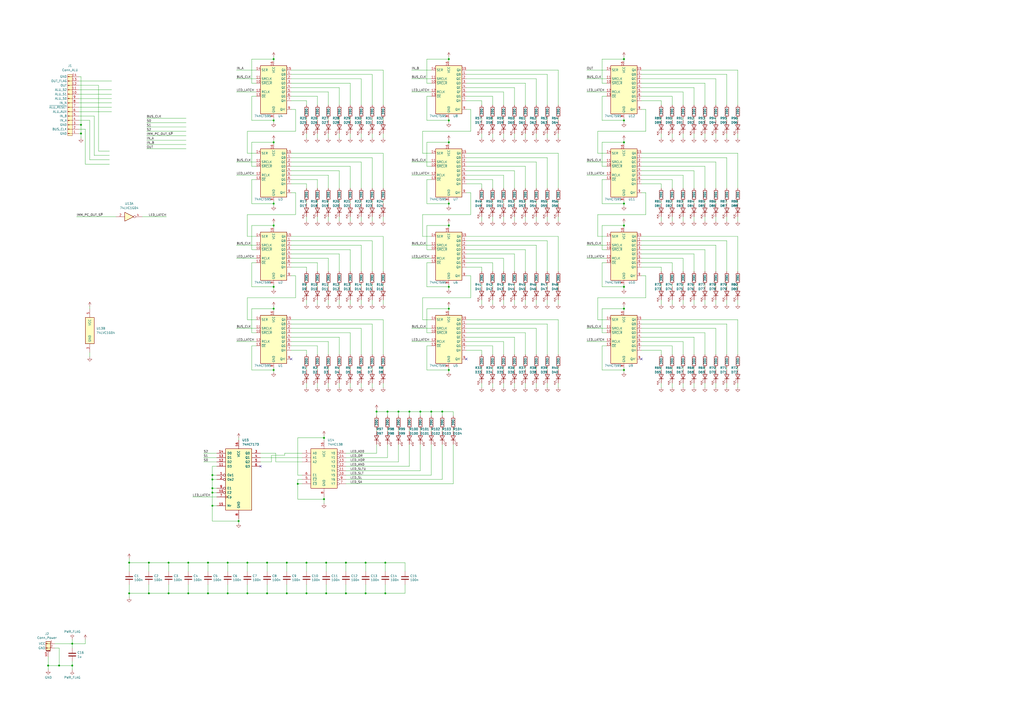
<source format=kicad_sch>
(kicad_sch (version 20211123) (generator eeschema)
  (paper "A2")
  (junction (at 260.35 69.85))
  (junction (at 177.8 344.17))
  (junction (at 260.35 214.63))
  (junction (at 212.09 326.39))
  (junction (at 120.65 344.17))
  (junction (at 361.95 118.11))
  (junction (at 46.99 72.39))
  (junction (at 123.19 275.59))
  (junction (at 109.22 344.17))
  (junction (at 361.95 130.81))
  (junction (at 237.49 238.76))
  (junction (at 187.96 289.56))
  (junction (at 361.95 166.37))
  (junction (at 166.37 344.17))
  (junction (at 120.65 326.39))
  (junction (at 97.79 344.17))
  (junction (at 200.66 326.39))
  (junction (at 97.79 326.39))
  (junction (at 256.54 238.76))
  (junction (at 260.35 166.37))
  (junction (at 166.37 326.39))
  (junction (at 154.94 344.17))
  (junction (at 41.91 386.08))
  (junction (at 172.72 280.67))
  (junction (at 109.22 326.39))
  (junction (at 177.8 326.39))
  (junction (at 158.75 179.07))
  (junction (at 218.44 238.76))
  (junction (at 260.35 130.81))
  (junction (at 158.75 130.81))
  (junction (at 243.84 238.76))
  (junction (at 223.52 344.17))
  (junction (at 158.75 166.37))
  (junction (at 200.66 344.17))
  (junction (at 86.36 326.39))
  (junction (at 158.75 214.63))
  (junction (at 86.36 344.17))
  (junction (at 361.95 34.29))
  (junction (at 143.51 326.39))
  (junction (at 361.95 82.55))
  (junction (at 260.35 179.07))
  (junction (at 224.79 238.76))
  (junction (at 250.19 238.76))
  (junction (at 132.08 326.39))
  (junction (at 189.23 326.39))
  (junction (at 27.94 386.08))
  (junction (at 123.19 285.75))
  (junction (at 187.96 254))
  (junction (at 158.75 118.11))
  (junction (at 123.19 293.37))
  (junction (at 123.19 283.21))
  (junction (at 212.09 344.17))
  (junction (at 158.75 34.29))
  (junction (at 189.23 344.17))
  (junction (at 260.35 34.29))
  (junction (at 223.52 326.39))
  (junction (at 34.29 386.08))
  (junction (at 158.75 69.85))
  (junction (at 361.95 179.07))
  (junction (at 143.51 344.17))
  (junction (at 74.93 344.17))
  (junction (at 138.43 302.26))
  (junction (at 361.95 69.85))
  (junction (at 158.75 82.55))
  (junction (at 46.99 77.47))
  (junction (at 132.08 344.17))
  (junction (at 361.95 214.63))
  (junction (at 260.35 82.55))
  (junction (at 41.91 373.38))
  (junction (at 74.93 326.39))
  (junction (at 154.94 326.39))
  (junction (at 123.19 278.13))
  (junction (at 260.35 118.11))
  (junction (at 231.14 238.76))
  (no_connect (at 168.91 208.28))
  (no_connect (at 372.11 208.28))
  (no_connect (at 151.13 270.51))
  (no_connect (at 270.51 208.28))
  (wire (pts (xy 190.5 149.86) (xy 190.5 157.48)))
  (wire (pts (xy 349.25 34.29) (xy 349.25 48.26)))
  (wire (pts (xy 177.8 77.47) (xy 177.8 80.01)))
  (wire (pts (xy 323.85 116.84) (xy 323.85 118.11)))
  (wire (pts (xy 231.14 248.92) (xy 231.14 250.19)))
  (wire (pts (xy 421.64 68.58) (xy 421.64 69.85)))
  (wire (pts (xy 215.9 173.99) (xy 215.9 176.53)))
  (wire (pts (xy 285.75 55.88) (xy 285.75 60.96)))
  (wire (pts (xy 146.05 152.4) (xy 146.05 166.37)))
  (wire (pts (xy 215.9 68.58) (xy 215.9 69.85)))
  (wire (pts (xy 279.4 154.94) (xy 279.4 157.48)))
  (wire (pts (xy 372.11 104.14) (xy 389.89 104.14)))
  (wire (pts (xy 298.45 173.99) (xy 298.45 176.53)))
  (wire (pts (xy 218.44 248.92) (xy 218.44 250.19)))
  (wire (pts (xy 132.08 326.39) (xy 143.51 326.39)))
  (wire (pts (xy 340.36 101.6) (xy 351.79 101.6)))
  (wire (pts (xy 279.4 165.1) (xy 279.4 166.37)))
  (wire (pts (xy 304.8 213.36) (xy 304.8 214.63)))
  (wire (pts (xy 172.72 275.59) (xy 172.72 254)))
  (wire (pts (xy 427.99 40.64) (xy 427.99 60.96)))
  (wire (pts (xy 196.85 165.1) (xy 196.85 166.37)))
  (wire (pts (xy 323.85 77.47) (xy 323.85 80.01)))
  (wire (pts (xy 54.61 67.31) (xy 54.61 90.17)))
  (wire (pts (xy 349.25 69.85) (xy 361.95 69.85)))
  (wire (pts (xy 323.85 165.1) (xy 323.85 166.37)))
  (wire (pts (xy 146.05 82.55) (xy 146.05 96.52)))
  (wire (pts (xy 311.15 213.36) (xy 311.15 214.63)))
  (wire (pts (xy 292.1 198.12) (xy 292.1 205.74)))
  (wire (pts (xy 372.11 88.9) (xy 427.99 88.9)))
  (wire (pts (xy 279.4 68.58) (xy 279.4 69.85)))
  (wire (pts (xy 215.9 222.25) (xy 215.9 224.79)))
  (wire (pts (xy 323.85 40.64) (xy 323.85 60.96)))
  (wire (pts (xy 311.15 77.47) (xy 311.15 80.01)))
  (wire (pts (xy 346.71 76.2) (xy 346.71 88.9)))
  (wire (pts (xy 222.25 77.47) (xy 222.25 80.01)))
  (wire (pts (xy 168.91 88.9) (xy 222.25 88.9)))
  (wire (pts (xy 123.19 283.21) (xy 125.73 283.21)))
  (wire (pts (xy 372.11 111.76) (xy 374.65 111.76)))
  (wire (pts (xy 421.64 139.7) (xy 421.64 157.48)))
  (wire (pts (xy 143.51 185.42) (xy 148.59 185.42)))
  (wire (pts (xy 146.05 166.37) (xy 158.75 166.37)))
  (wire (pts (xy 247.65 34.29) (xy 247.65 48.26)))
  (wire (pts (xy 238.76 53.34) (xy 250.19 53.34)))
  (wire (pts (xy 223.52 344.17) (xy 234.95 344.17)))
  (wire (pts (xy 171.45 160.02) (xy 171.45 172.72)))
  (wire (pts (xy 279.4 106.68) (xy 279.4 109.22)))
  (wire (pts (xy 402.59 50.8) (xy 402.59 60.96)))
  (wire (pts (xy 168.91 195.58) (xy 196.85 195.58)))
  (wire (pts (xy 46.99 77.47) (xy 46.99 80.01)))
  (wire (pts (xy 349.25 55.88) (xy 349.25 69.85)))
  (wire (pts (xy 190.5 101.6) (xy 190.5 109.22)))
  (wire (pts (xy 292.1 149.86) (xy 292.1 157.48)))
  (wire (pts (xy 372.11 137.16) (xy 427.99 137.16)))
  (wire (pts (xy 279.4 77.47) (xy 279.4 80.01)))
  (wire (pts (xy 168.91 149.86) (xy 190.5 149.86)))
  (wire (pts (xy 340.36 45.72) (xy 351.79 45.72)))
  (wire (pts (xy 137.16 40.64) (xy 148.59 40.64)))
  (wire (pts (xy 279.4 173.99) (xy 279.4 176.53)))
  (wire (pts (xy 137.16 198.12) (xy 148.59 198.12)))
  (wire (pts (xy 361.95 118.11) (xy 361.95 119.38)))
  (wire (pts (xy 168.91 160.02) (xy 171.45 160.02)))
  (wire (pts (xy 158.75 34.29) (xy 158.75 35.56)))
  (wire (pts (xy 158.75 69.85) (xy 158.75 71.12)))
  (wire (pts (xy 120.65 339.09) (xy 120.65 344.17)))
  (wire (pts (xy 421.64 91.44) (xy 421.64 109.22)))
  (wire (pts (xy 372.11 91.44) (xy 421.64 91.44)))
  (wire (pts (xy 187.96 252.73) (xy 187.96 254)))
  (wire (pts (xy 138.43 302.26) (xy 138.43 303.53)))
  (wire (pts (xy 200.66 339.09) (xy 200.66 344.17)))
  (wire (pts (xy 203.2 193.04) (xy 203.2 205.74)))
  (wire (pts (xy 168.91 43.18) (xy 215.9 43.18)))
  (wire (pts (xy 187.96 289.56) (xy 187.96 288.29)))
  (wire (pts (xy 389.89 125.73) (xy 389.89 128.27)))
  (wire (pts (xy 372.11 101.6) (xy 396.24 101.6)))
  (wire (pts (xy 317.5 91.44) (xy 317.5 109.22)))
  (wire (pts (xy 45.72 59.69) (xy 64.77 59.69)))
  (wire (pts (xy 256.54 238.76) (xy 256.54 241.3)))
  (wire (pts (xy 52.07 204.47) (xy 52.07 207.01)))
  (wire (pts (xy 383.54 68.58) (xy 383.54 69.85)))
  (wire (pts (xy 166.37 326.39) (xy 166.37 331.47)))
  (wire (pts (xy 157.48 267.97) (xy 157.48 264.16)))
  (wire (pts (xy 298.45 77.47) (xy 298.45 80.01)))
  (wire (pts (xy 250.19 248.92) (xy 250.19 250.19)))
  (wire (pts (xy 158.75 179.07) (xy 146.05 179.07)))
  (wire (pts (xy 238.76 45.72) (xy 250.19 45.72)))
  (wire (pts (xy 317.5 43.18) (xy 317.5 60.96)))
  (wire (pts (xy 231.14 257.81) (xy 231.14 267.97)))
  (wire (pts (xy 383.54 77.47) (xy 383.54 80.01)))
  (wire (pts (xy 349.25 130.81) (xy 349.25 144.78)))
  (wire (pts (xy 189.23 344.17) (xy 189.23 339.09)))
  (wire (pts (xy 85.09 78.74) (xy 107.95 78.74)))
  (wire (pts (xy 237.49 238.76) (xy 237.49 241.3)))
  (wire (pts (xy 143.51 88.9) (xy 148.59 88.9)))
  (wire (pts (xy 45.72 57.15) (xy 64.77 57.15)))
  (wire (pts (xy 123.19 278.13) (xy 123.19 283.21)))
  (wire (pts (xy 215.9 213.36) (xy 215.9 214.63)))
  (wire (pts (xy 85.09 83.82) (xy 107.95 83.82)))
  (wire (pts (xy 146.05 96.52) (xy 148.59 96.52)))
  (wire (pts (xy 279.4 203.2) (xy 279.4 205.74)))
  (wire (pts (xy 396.24 77.47) (xy 396.24 80.01)))
  (wire (pts (xy 157.48 264.16) (xy 165.1 264.16)))
  (wire (pts (xy 203.2 125.73) (xy 203.2 128.27)))
  (wire (pts (xy 304.8 222.25) (xy 304.8 224.79)))
  (wire (pts (xy 203.2 68.58) (xy 203.2 69.85)))
  (wire (pts (xy 372.11 200.66) (xy 389.89 200.66)))
  (wire (pts (xy 408.94 48.26) (xy 408.94 60.96)))
  (wire (pts (xy 203.2 165.1) (xy 203.2 166.37)))
  (wire (pts (xy 237.49 257.81) (xy 237.49 270.51)))
  (wire (pts (xy 158.75 130.81) (xy 146.05 130.81)))
  (wire (pts (xy 196.85 77.47) (xy 196.85 80.01)))
  (wire (pts (xy 123.19 285.75) (xy 123.19 293.37)))
  (wire (pts (xy 245.11 124.46) (xy 245.11 137.16)))
  (wire (pts (xy 323.85 213.36) (xy 323.85 214.63)))
  (wire (pts (xy 421.64 43.18) (xy 421.64 60.96)))
  (wire (pts (xy 44.45 125.73) (xy 67.31 125.73)))
  (wire (pts (xy 168.91 187.96) (xy 215.9 187.96)))
  (wire (pts (xy 260.35 179.07) (xy 247.65 179.07)))
  (wire (pts (xy 203.2 116.84) (xy 203.2 118.11)))
  (wire (pts (xy 396.24 149.86) (xy 396.24 157.48)))
  (wire (pts (xy 402.59 147.32) (xy 402.59 157.48)))
  (wire (pts (xy 109.22 344.17) (xy 120.65 344.17)))
  (wire (pts (xy 323.85 88.9) (xy 323.85 109.22)))
  (wire (pts (xy 245.11 172.72) (xy 273.05 172.72)))
  (wire (pts (xy 27.94 381) (xy 27.94 386.08)))
  (wire (pts (xy 408.94 125.73) (xy 408.94 128.27)))
  (wire (pts (xy 402.59 125.73) (xy 402.59 128.27)))
  (wire (pts (xy 41.91 375.92) (xy 41.91 373.38)))
  (wire (pts (xy 247.65 55.88) (xy 247.65 69.85)))
  (wire (pts (xy 421.64 222.25) (xy 421.64 224.79)))
  (wire (pts (xy 85.09 76.2) (xy 107.95 76.2)))
  (wire (pts (xy 120.65 326.39) (xy 120.65 331.47)))
  (wire (pts (xy 41.91 386.08) (xy 41.91 383.54)))
  (wire (pts (xy 270.51 137.16) (xy 323.85 137.16)))
  (wire (pts (xy 45.72 54.61) (xy 64.77 54.61)))
  (wire (pts (xy 177.8 344.17) (xy 189.23 344.17)))
  (wire (pts (xy 340.36 149.86) (xy 351.79 149.86)))
  (wire (pts (xy 212.09 326.39) (xy 212.09 331.47)))
  (wire (pts (xy 311.15 165.1) (xy 311.15 166.37)))
  (wire (pts (xy 427.99 125.73) (xy 427.99 128.27)))
  (wire (pts (xy 143.51 124.46) (xy 143.51 137.16)))
  (wire (pts (xy 243.84 238.76) (xy 250.19 238.76)))
  (wire (pts (xy 415.29 222.25) (xy 415.29 224.79)))
  (wire (pts (xy 340.36 198.12) (xy 351.79 198.12)))
  (wire (pts (xy 146.05 104.14) (xy 146.05 118.11)))
  (wire (pts (xy 408.94 193.04) (xy 408.94 205.74)))
  (wire (pts (xy 317.5 173.99) (xy 317.5 176.53)))
  (wire (pts (xy 361.95 129.54) (xy 361.95 130.81)))
  (wire (pts (xy 372.11 198.12) (xy 396.24 198.12)))
  (wire (pts (xy 349.25 144.78) (xy 351.79 144.78)))
  (wire (pts (xy 292.1 101.6) (xy 292.1 109.22)))
  (wire (pts (xy 311.15 173.99) (xy 311.15 176.53)))
  (wire (pts (xy 196.85 195.58) (xy 196.85 205.74)))
  (wire (pts (xy 415.29 190.5) (xy 415.29 205.74)))
  (wire (pts (xy 175.26 275.59) (xy 172.72 275.59)))
  (wire (pts (xy 158.75 214.63) (xy 158.75 213.36)))
  (wire (pts (xy 389.89 173.99) (xy 389.89 176.53)))
  (wire (pts (xy 168.91 91.44) (xy 215.9 91.44)))
  (wire (pts (xy 154.94 339.09) (xy 154.94 344.17)))
  (wire (pts (xy 118.11 267.97) (xy 125.73 267.97)))
  (wire (pts (xy 245.11 124.46) (xy 273.05 124.46)))
  (wire (pts (xy 209.55 77.47) (xy 209.55 80.01)))
  (wire (pts (xy 143.51 344.17) (xy 154.94 344.17)))
  (wire (pts (xy 270.51 53.34) (xy 292.1 53.34)))
  (wire (pts (xy 262.89 238.76) (xy 262.89 241.3)))
  (wire (pts (xy 396.24 222.25) (xy 396.24 224.79)))
  (wire (pts (xy 143.51 172.72) (xy 171.45 172.72)))
  (wire (pts (xy 177.8 203.2) (xy 177.8 205.74)))
  (wire (pts (xy 209.55 116.84) (xy 209.55 118.11)))
  (wire (pts (xy 168.91 48.26) (xy 203.2 48.26)))
  (wire (pts (xy 270.51 101.6) (xy 292.1 101.6)))
  (wire (pts (xy 196.85 222.25) (xy 196.85 224.79)))
  (wire (pts (xy 184.15 55.88) (xy 184.15 60.96)))
  (wire (pts (xy 168.91 147.32) (xy 196.85 147.32)))
  (wire (pts (xy 203.2 222.25) (xy 203.2 224.79)))
  (wire (pts (xy 137.16 93.98) (xy 148.59 93.98)))
  (wire (pts (xy 383.54 222.25) (xy 383.54 224.79)))
  (wire (pts (xy 172.72 254) (xy 187.96 254)))
  (wire (pts (xy 146.05 193.04) (xy 148.59 193.04)))
  (wire (pts (xy 125.73 270.51) (xy 123.19 270.51)))
  (wire (pts (xy 222.25 165.1) (xy 222.25 166.37)))
  (wire (pts (xy 172.72 289.56) (xy 187.96 289.56)))
  (wire (pts (xy 200.66 280.67) (xy 262.89 280.67)))
  (wire (pts (xy 323.85 125.73) (xy 323.85 128.27)))
  (wire (pts (xy 168.91 152.4) (xy 184.15 152.4)))
  (wire (pts (xy 231.14 238.76) (xy 237.49 238.76)))
  (wire (pts (xy 361.95 214.63) (xy 361.95 215.9)))
  (wire (pts (xy 260.35 81.28) (xy 260.35 82.55)))
  (wire (pts (xy 177.8 58.42) (xy 177.8 60.96)))
  (wire (pts (xy 361.95 33.02) (xy 361.95 34.29)))
  (wire (pts (xy 177.8 116.84) (xy 177.8 118.11)))
  (wire (pts (xy 209.55 213.36) (xy 209.55 214.63)))
  (wire (pts (xy 351.79 152.4) (xy 349.25 152.4)))
  (wire (pts (xy 374.65 111.76) (xy 374.65 124.46)))
  (wire (pts (xy 304.8 165.1) (xy 304.8 166.37)))
  (wire (pts (xy 34.29 375.92) (xy 34.29 386.08)))
  (wire (pts (xy 372.11 147.32) (xy 402.59 147.32)))
  (wire (pts (xy 372.11 203.2) (xy 383.54 203.2)))
  (wire (pts (xy 250.19 257.81) (xy 250.19 275.59)))
  (wire (pts (xy 184.15 116.84) (xy 184.15 118.11)))
  (wire (pts (xy 209.55 173.99) (xy 209.55 176.53)))
  (wire (pts (xy 247.65 214.63) (xy 260.35 214.63)))
  (wire (pts (xy 247.65 193.04) (xy 250.19 193.04)))
  (wire (pts (xy 402.59 173.99) (xy 402.59 176.53)))
  (wire (pts (xy 158.75 69.85) (xy 158.75 68.58)))
  (wire (pts (xy 45.72 72.39) (xy 46.99 72.39)))
  (wire (pts (xy 260.35 129.54) (xy 260.35 130.81)))
  (wire (pts (xy 120.65 344.17) (xy 132.08 344.17)))
  (wire (pts (xy 158.75 82.55) (xy 158.75 83.82)))
  (wire (pts (xy 372.11 99.06) (xy 402.59 99.06)))
  (wire (pts (xy 168.91 99.06) (xy 196.85 99.06)))
  (wire (pts (xy 279.4 222.25) (xy 279.4 224.79)))
  (wire (pts (xy 383.54 213.36) (xy 383.54 214.63)))
  (wire (pts (xy 166.37 344.17) (xy 177.8 344.17)))
  (wire (pts (xy 45.72 67.31) (xy 54.61 67.31)))
  (wire (pts (xy 52.07 92.71) (xy 63.5 92.71)))
  (wire (pts (xy 132.08 339.09) (xy 132.08 344.17)))
  (wire (pts (xy 389.89 165.1) (xy 389.89 166.37)))
  (wire (pts (xy 361.95 214.63) (xy 361.95 213.36)))
  (wire (pts (xy 270.51 106.68) (xy 279.4 106.68)))
  (wire (pts (xy 184.15 152.4) (xy 184.15 157.48)))
  (wire (pts (xy 311.15 93.98) (xy 311.15 109.22)))
  (wire (pts (xy 31.75 373.38) (xy 41.91 373.38)))
  (wire (pts (xy 243.84 248.92) (xy 243.84 250.19)))
  (wire (pts (xy 123.19 293.37) (xy 123.19 302.26)))
  (wire (pts (xy 74.93 344.17) (xy 74.93 346.71)))
  (wire (pts (xy 421.64 165.1) (xy 421.64 166.37)))
  (wire (pts (xy 402.59 68.58) (xy 402.59 69.85)))
  (wire (pts (xy 389.89 77.47) (xy 389.89 80.01)))
  (wire (pts (xy 427.99 137.16) (xy 427.99 157.48)))
  (wire (pts (xy 396.24 68.58) (xy 396.24 69.85)))
  (wire (pts (xy 238.76 101.6) (xy 250.19 101.6)))
  (wire (pts (xy 374.65 160.02) (xy 374.65 172.72)))
  (wire (pts (xy 361.95 177.8) (xy 361.95 179.07)))
  (wire (pts (xy 31.75 375.92) (xy 34.29 375.92)))
  (wire (pts (xy 200.66 275.59) (xy 250.19 275.59)))
  (wire (pts (xy 383.54 154.94) (xy 383.54 157.48)))
  (wire (pts (xy 372.11 43.18) (xy 421.64 43.18)))
  (wire (pts (xy 209.55 222.25) (xy 209.55 224.79)))
  (wire (pts (xy 285.75 222.25) (xy 285.75 224.79)))
  (wire (pts (xy 298.45 99.06) (xy 298.45 109.22)))
  (wire (pts (xy 270.51 147.32) (xy 298.45 147.32)))
  (wire (pts (xy 190.5 198.12) (xy 190.5 205.74)))
  (wire (pts (xy 190.5 116.84) (xy 190.5 118.11)))
  (wire (pts (xy 396.24 125.73) (xy 396.24 128.27)))
  (wire (pts (xy 250.19 238.76) (xy 256.54 238.76)))
  (wire (pts (xy 361.95 130.81) (xy 349.25 130.81)))
  (wire (pts (xy 260.35 33.02) (xy 260.35 34.29)))
  (wire (pts (xy 237.49 248.92) (xy 237.49 250.19)))
  (wire (pts (xy 238.76 93.98) (xy 250.19 93.98)))
  (wire (pts (xy 203.2 213.36) (xy 203.2 214.63)))
  (wire (pts (xy 415.29 116.84) (xy 415.29 118.11)))
  (wire (pts (xy 184.15 213.36) (xy 184.15 214.63)))
  (wire (pts (xy 146.05 179.07) (xy 146.05 193.04)))
  (wire (pts (xy 389.89 222.25) (xy 389.89 224.79)))
  (wire (pts (xy 196.85 125.73) (xy 196.85 128.27)))
  (wire (pts (xy 372.11 152.4) (xy 389.89 152.4)))
  (wire (pts (xy 154.94 326.39) (xy 154.94 331.47)))
  (wire (pts (xy 247.65 166.37) (xy 260.35 166.37)))
  (wire (pts (xy 209.55 68.58) (xy 209.55 69.85)))
  (wire (pts (xy 292.1 77.47) (xy 292.1 80.01)))
  (wire (pts (xy 231.14 238.76) (xy 231.14 241.3)))
  (wire (pts (xy 123.19 293.37) (xy 125.73 293.37)))
  (wire (pts (xy 158.75 166.37) (xy 158.75 165.1)))
  (wire (pts (xy 209.55 165.1) (xy 209.55 166.37)))
  (wire (pts (xy 311.15 68.58) (xy 311.15 69.85)))
  (wire (pts (xy 323.85 222.25) (xy 323.85 224.79)))
  (wire (pts (xy 123.19 270.51) (xy 123.19 275.59)))
  (wire (pts (xy 146.05 34.29) (xy 146.05 48.26)))
  (wire (pts (xy 361.95 81.28) (xy 361.95 82.55)))
  (wire (pts (xy 383.54 116.84) (xy 383.54 118.11)))
  (wire (pts (xy 372.11 63.5) (xy 374.65 63.5)))
  (wire (pts (xy 215.9 43.18) (xy 215.9 60.96)))
  (wire (pts (xy 158.75 130.81) (xy 158.75 132.08)))
  (wire (pts (xy 86.36 326.39) (xy 86.36 331.47)))
  (wire (pts (xy 189.23 326.39) (xy 200.66 326.39)))
  (wire (pts (xy 292.1 53.34) (xy 292.1 60.96)))
  (wire (pts (xy 396.24 173.99) (xy 396.24 176.53)))
  (wire (pts (xy 74.93 344.17) (xy 86.36 344.17)))
  (wire (pts (xy 118.11 265.43) (xy 125.73 265.43)))
  (wire (pts (xy 34.29 386.08) (xy 41.91 386.08)))
  (wire (pts (xy 49.53 95.25) (xy 63.5 95.25)))
  (wire (pts (xy 209.55 125.73) (xy 209.55 128.27)))
  (wire (pts (xy 317.5 77.47) (xy 317.5 80.01)))
  (wire (pts (xy 250.19 152.4) (xy 247.65 152.4)))
  (wire (pts (xy 311.15 45.72) (xy 311.15 60.96)))
  (wire (pts (xy 222.25 213.36) (xy 222.25 214.63)))
  (wire (pts (xy 184.15 104.14) (xy 184.15 109.22)))
  (wire (pts (xy 212.09 344.17) (xy 223.52 344.17)))
  (wire (pts (xy 243.84 238.76) (xy 243.84 241.3)))
  (wire (pts (xy 408.94 165.1) (xy 408.94 166.37)))
  (wire (pts (xy 389.89 116.84) (xy 389.89 118.11)))
  (wire (pts (xy 165.1 262.89) (xy 175.26 262.89)))
  (wire (pts (xy 383.54 165.1) (xy 383.54 166.37)))
  (wire (pts (xy 304.8 193.04) (xy 304.8 205.74)))
  (wire (pts (xy 304.8 48.26) (xy 304.8 60.96)))
  (wire (pts (xy 146.05 48.26) (xy 148.59 48.26)))
  (wire (pts (xy 200.66 326.39) (xy 200.66 331.47)))
  (wire (pts (xy 224.79 238.76) (xy 224.79 241.3)))
  (wire (pts (xy 146.05 144.78) (xy 148.59 144.78)))
  (wire (pts (xy 49.53 370.84) (xy 49.53 373.38)))
  (wire (pts (xy 250.19 238.76) (xy 250.19 241.3)))
  (wire (pts (xy 421.64 173.99) (xy 421.64 176.53)))
  (wire (pts (xy 349.25 152.4) (xy 349.25 166.37)))
  (wire (pts (xy 292.1 116.84) (xy 292.1 118.11)))
  (wire (pts (xy 158.75 129.54) (xy 158.75 130.81)))
  (wire (pts (xy 346.71 172.72) (xy 374.65 172.72)))
  (wire (pts (xy 427.99 68.58) (xy 427.99 69.85)))
  (wire (pts (xy 304.8 173.99) (xy 304.8 176.53)))
  (wire (pts (xy 427.99 213.36) (xy 427.99 214.63)))
  (wire (pts (xy 304.8 77.47) (xy 304.8 80.01)))
  (wire (pts (xy 200.66 326.39) (xy 212.09 326.39)))
  (wire (pts (xy 270.51 88.9) (xy 323.85 88.9)))
  (wire (pts (xy 402.59 77.47) (xy 402.59 80.01)))
  (wire (pts (xy 222.25 222.25) (xy 222.25 224.79)))
  (wire (pts (xy 270.51 187.96) (xy 317.5 187.96)))
  (wire (pts (xy 247.65 144.78) (xy 250.19 144.78)))
  (wire (pts (xy 311.15 116.84) (xy 311.15 118.11)))
  (wire (pts (xy 389.89 200.66) (xy 389.89 205.74)))
  (wire (pts (xy 256.54 257.81) (xy 256.54 278.13)))
  (wire (pts (xy 270.51 91.44) (xy 317.5 91.44)))
  (wire (pts (xy 340.36 53.34) (xy 351.79 53.34)))
  (wire (pts (xy 74.93 323.85) (xy 74.93 326.39)))
  (wire (pts (xy 168.91 101.6) (xy 190.5 101.6)))
  (wire (pts (xy 200.66 344.17) (xy 212.09 344.17)))
  (wire (pts (xy 317.5 125.73) (xy 317.5 128.27)))
  (wire (pts (xy 218.44 238.76) (xy 224.79 238.76)))
  (wire (pts (xy 209.55 93.98) (xy 209.55 109.22)))
  (wire (pts (xy 190.5 173.99) (xy 190.5 176.53)))
  (wire (pts (xy 408.94 68.58) (xy 408.94 69.85)))
  (wire (pts (xy 171.45 63.5) (xy 171.45 76.2)))
  (wire (pts (xy 285.75 68.58) (xy 285.75 69.85)))
  (wire (pts (xy 85.09 71.12) (xy 107.95 71.12)))
  (wire (pts (xy 372.11 193.04) (xy 408.94 193.04)))
  (wire (pts (xy 361.95 118.11) (xy 361.95 116.84)))
  (wire (pts (xy 383.54 173.99) (xy 383.54 176.53)))
  (wire (pts (xy 317.5 139.7) (xy 317.5 157.48)))
  (wire (pts (xy 372.11 144.78) (xy 408.94 144.78)))
  (wire (pts (xy 137.16 45.72) (xy 148.59 45.72)))
  (wire (pts (xy 260.35 118.11) (xy 260.35 116.84)))
  (wire (pts (xy 260.35 69.85) (xy 260.35 68.58)))
  (wire (pts (xy 215.9 116.84) (xy 215.9 118.11)))
  (wire (pts (xy 372.11 160.02) (xy 374.65 160.02)))
  (wire (pts (xy 374.65 63.5) (xy 374.65 76.2)))
  (wire (pts (xy 137.16 53.34) (xy 148.59 53.34)))
  (wire (pts (xy 238.76 40.64) (xy 250.19 40.64)))
  (wire (pts (xy 285.75 104.14) (xy 285.75 109.22)))
  (wire (pts (xy 222.25 173.99) (xy 222.25 176.53)))
  (wire (pts (xy 212.09 339.09) (xy 212.09 344.17)))
  (wire (pts (xy 234.95 339.09) (xy 234.95 344.17)))
  (wire (pts (xy 311.15 190.5) (xy 311.15 205.74)))
  (wire (pts (xy 270.51 154.94) (xy 279.4 154.94)))
  (wire (pts (xy 273.05 63.5) (xy 273.05 76.2)))
  (wire (pts (xy 49.53 74.93) (xy 49.53 95.25)))
  (wire (pts (xy 218.44 257.81) (xy 218.44 262.89)))
  (wire (pts (xy 340.36 93.98) (xy 351.79 93.98)))
  (wire (pts (xy 224.79 248.92) (xy 224.79 250.19)))
  (wire (pts (xy 372.11 45.72) (xy 415.29 45.72)))
  (wire (pts (xy 311.15 125.73) (xy 311.15 128.27)))
  (wire (pts (xy 361.95 82.55) (xy 349.25 82.55)))
  (wire (pts (xy 245.11 137.16) (xy 250.19 137.16)))
  (wire (pts (xy 402.59 116.84) (xy 402.59 118.11)))
  (wire (pts (xy 209.55 190.5) (xy 209.55 205.74)))
  (wire (pts (xy 270.51 142.24) (xy 311.15 142.24)))
  (wire (pts (xy 402.59 222.25) (xy 402.59 224.79)))
  (wire (pts (xy 187.96 254) (xy 187.96 255.27)))
  (wire (pts (xy 146.05 118.11) (xy 158.75 118.11)))
  (wire (pts (xy 203.2 144.78) (xy 203.2 157.48)))
  (wire (pts (xy 196.85 213.36) (xy 196.85 214.63)))
  (wire (pts (xy 372.11 40.64) (xy 427.99 40.64)))
  (wire (pts (xy 45.72 69.85) (xy 52.07 69.85)))
  (wire (pts (xy 168.91 111.76) (xy 171.45 111.76)))
  (wire (pts (xy 340.36 142.24) (xy 351.79 142.24)))
  (wire (pts (xy 260.35 130.81) (xy 260.35 132.08)))
  (wire (pts (xy 247.65 118.11) (xy 260.35 118.11)))
  (wire (pts (xy 190.5 165.1) (xy 190.5 166.37)))
  (wire (pts (xy 402.59 213.36) (xy 402.59 214.63)))
  (wire (pts (xy 222.25 88.9) (xy 222.25 109.22)))
  (wire (pts (xy 137.16 142.24) (xy 148.59 142.24)))
  (wire (pts (xy 389.89 213.36) (xy 389.89 214.63)))
  (wire (pts (xy 270.51 50.8) (xy 298.45 50.8)))
  (wire (pts (xy 45.72 44.45) (xy 46.99 44.45)))
  (wire (pts (xy 158.75 177.8) (xy 158.75 179.07)))
  (wire (pts (xy 361.95 82.55) (xy 361.95 83.82)))
  (wire (pts (xy 270.51 104.14) (xy 285.75 104.14)))
  (wire (pts (xy 222.25 137.16) (xy 222.25 157.48)))
  (wire (pts (xy 45.72 52.07) (xy 64.77 52.07)))
  (wire (pts (xy 285.75 116.84) (xy 285.75 118.11)))
  (wire (pts (xy 372.11 93.98) (xy 415.29 93.98)))
  (wire (pts (xy 86.36 339.09) (xy 86.36 344.17)))
  (wire (pts (xy 260.35 118.11) (xy 260.35 119.38)))
  (wire (pts (xy 74.93 331.47) (xy 74.93 326.39)))
  (wire (pts (xy 372.11 106.68) (xy 383.54 106.68)))
  (wire (pts (xy 123.19 275.59) (xy 125.73 275.59)))
  (wire (pts (xy 168.91 144.78) (xy 203.2 144.78)))
  (wire (pts (xy 166.37 339.09) (xy 166.37 344.17)))
  (wire (pts (xy 158.75 166.37) (xy 158.75 167.64)))
  (wire (pts (xy 270.51 45.72) (xy 311.15 45.72)))
  (wire (pts (xy 361.95 34.29) (xy 349.25 34.29)))
  (wire (pts (xy 372.11 195.58) (xy 402.59 195.58)))
  (wire (pts (xy 349.25 214.63) (xy 361.95 214.63)))
  (wire (pts (xy 151.13 265.43) (xy 175.26 265.43)))
  (wire (pts (xy 270.51 144.78) (xy 304.8 144.78)))
  (wire (pts (xy 158.75 214.63) (xy 158.75 215.9)))
  (wire (pts (xy 270.51 139.7) (xy 317.5 139.7)))
  (wire (pts (xy 427.99 77.47) (xy 427.99 80.01)))
  (wire (pts (xy 311.15 142.24) (xy 311.15 157.48)))
  (wire (pts (xy 245.11 172.72) (xy 245.11 185.42)))
  (wire (pts (xy 279.4 213.36) (xy 279.4 214.63)))
  (wire (pts (xy 262.89 257.81) (xy 262.89 280.67)))
  (wire (pts (xy 247.65 200.66) (xy 247.65 214.63)))
  (wire (pts (xy 260.35 179.07) (xy 260.35 180.34)))
  (wire (pts (xy 168.91 55.88) (xy 184.15 55.88)))
  (wire (pts (xy 168.91 190.5) (xy 209.55 190.5)))
  (wire (pts (xy 298.45 147.32) (xy 298.45 157.48)))
  (wire (pts (xy 200.66 270.51) (xy 237.49 270.51)))
  (wire (pts (xy 146.05 130.81) (xy 146.05 144.78)))
  (wire (pts (xy 82.55 125.73) (xy 96.52 125.73)))
  (wire (pts (xy 154.94 326.39) (xy 166.37 326.39)))
  (wire (pts (xy 346.71 124.46) (xy 346.71 137.16)))
  (wire (pts (xy 97.79 331.47) (xy 97.79 326.39)))
  (wire (pts (xy 247.65 104.14) (xy 247.65 118.11)))
  (wire (pts (xy 389.89 152.4) (xy 389.89 157.48)))
  (wire (pts (xy 238.76 149.86) (xy 250.19 149.86)))
  (wire (pts (xy 361.95 130.81) (xy 361.95 132.08)))
  (wire (pts (xy 45.72 62.23) (xy 64.77 62.23)))
  (wire (pts (xy 200.66 262.89) (xy 218.44 262.89)))
  (wire (pts (xy 238.76 190.5) (xy 250.19 190.5)))
  (wire (pts (xy 270.51 63.5) (xy 273.05 63.5)))
  (wire (pts (xy 27.94 386.08) (xy 27.94 388.62)))
  (wire (pts (xy 168.91 58.42) (xy 177.8 58.42)))
  (wire (pts (xy 177.8 165.1) (xy 177.8 166.37)))
  (wire (pts (xy 383.54 203.2) (xy 383.54 205.74)))
  (wire (pts (xy 247.65 69.85) (xy 260.35 69.85)))
  (wire (pts (xy 304.8 144.78) (xy 304.8 157.48)))
  (wire (pts (xy 215.9 77.47) (xy 215.9 80.01)))
  (wire (pts (xy 273.05 111.76) (xy 273.05 124.46)))
  (wire (pts (xy 215.9 125.73) (xy 215.9 128.27)))
  (wire (pts (xy 389.89 68.58) (xy 389.89 69.85)))
  (wire (pts (xy 270.51 152.4) (xy 285.75 152.4)))
  (wire (pts (xy 143.51 344.17) (xy 143.51 339.09)))
  (wire (pts (xy 298.45 68.58) (xy 298.45 69.85)))
  (wire (pts (xy 270.51 203.2) (xy 279.4 203.2)))
  (wire (pts (xy 212.09 326.39) (xy 223.52 326.39)))
  (wire (pts (xy 262.89 248.92) (xy 262.89 250.19)))
  (wire (pts (xy 203.2 48.26) (xy 203.2 60.96)))
  (wire (pts (xy 146.05 55.88) (xy 146.05 69.85)))
  (wire (pts (xy 168.91 96.52) (xy 203.2 96.52)))
  (wire (pts (xy 346.71 88.9) (xy 351.79 88.9)))
  (wire (pts (xy 346.71 124.46) (xy 374.65 124.46)))
  (wire (pts (xy 123.19 302.26) (xy 138.43 302.26)))
  (wire (pts (xy 427.99 116.84) (xy 427.99 118.11)))
  (wire (pts (xy 383.54 125.73) (xy 383.54 128.27)))
  (wire (pts (xy 415.29 77.47) (xy 415.29 80.01)))
  (wire (pts (xy 372.11 187.96) (xy 421.64 187.96)))
  (wire (pts (xy 168.91 193.04) (xy 203.2 193.04)))
  (wire (pts (xy 168.91 93.98) (xy 209.55 93.98)))
  (wire (pts (xy 349.25 193.04) (xy 351.79 193.04)))
  (wire (pts (xy 177.8 173.99) (xy 177.8 176.53)))
  (wire (pts (xy 111.76 288.29) (xy 125.73 288.29)))
  (wire (pts (xy 340.36 40.64) (xy 351.79 40.64)))
  (wire (pts (xy 177.8 154.94) (xy 177.8 157.48)))
  (wire (pts (xy 260.35 82.55) (xy 247.65 82.55)))
  (wire (pts (xy 27.94 386.08) (xy 34.29 386.08)))
  (wire (pts (xy 209.55 45.72) (xy 209.55 60.96)))
  (wire (pts (xy 148.59 200.66) (xy 146.05 200.66)))
  (wire (pts (xy 285.75 213.36) (xy 285.75 214.63)))
  (wire (pts (xy 165.1 264.16) (xy 165.1 262.89)))
  (wire (pts (xy 270.51 111.76) (xy 273.05 111.76)))
  (wire (pts (xy 190.5 213.36) (xy 190.5 214.63)))
  (wire (pts (xy 408.94 222.25) (xy 408.94 224.79)))
  (wire (pts (xy 317.5 116.84) (xy 317.5 118.11)))
  (wire (pts (xy 279.4 125.73) (xy 279.4 128.27)))
  (wire (pts (xy 421.64 187.96) (xy 421.64 205.74)))
  (wire (pts (xy 222.25 185.42) (xy 222.25 205.74)))
  (wire (pts (xy 222.25 68.58) (xy 222.25 69.85)))
  (wire (pts (xy 250.19 200.66) (xy 247.65 200.66)))
  (wire (pts (xy 45.72 49.53) (xy 57.15 49.53)))
  (wire (pts (xy 415.29 165.1) (xy 415.29 166.37)))
  (wire (pts (xy 203.2 96.52) (xy 203.2 109.22)))
  (wire (pts (xy 148.59 55.88) (xy 146.05 55.88)))
  (wire (pts (xy 86.36 344.17) (xy 97.79 344.17)))
  (wire (pts (xy 285.75 77.47) (xy 285.75 80.01)))
  (wire (pts (xy 190.5 125.73) (xy 190.5 128.27)))
  (wire (pts (xy 372.11 53.34) (xy 396.24 53.34)))
  (wire (pts (xy 49.53 373.38) (xy 41.91 373.38)))
  (wire (pts (xy 304.8 125.73) (xy 304.8 128.27)))
  (wire (pts (xy 292.1 173.99) (xy 292.1 176.53)))
  (wire (pts (xy 245.11 76.2) (xy 273.05 76.2)))
  (wire (pts (xy 238.76 198.12) (xy 250.19 198.12)))
  (wire (pts (xy 427.99 173.99) (xy 427.99 176.53)))
  (wire (pts (xy 415.29 213.36) (xy 415.29 214.63)))
  (wire (pts (xy 421.64 77.47) (xy 421.64 80.01)))
  (wire (pts (xy 203.2 173.99) (xy 203.2 176.53)))
  (wire (pts (xy 168.91 203.2) (xy 177.8 203.2)))
  (wire (pts (xy 168.91 200.66) (xy 184.15 200.66)))
  (wire (pts (xy 361.95 179.07) (xy 349.25 179.07)))
  (wire (pts (xy 158.75 118.11) (xy 158.75 116.84)))
  (wire (pts (xy 396.24 198.12) (xy 396.24 205.74)))
  (wire (pts (xy 196.85 50.8) (xy 196.85 60.96)))
  (wire (pts (xy 184.15 125.73) (xy 184.15 128.27)))
  (wire (pts (xy 346.71 137.16) (xy 351.79 137.16)))
  (wire (pts (xy 349.25 166.37) (xy 361.95 166.37)))
  (wire (pts (xy 298.45 213.36) (xy 298.45 214.63)))
  (wire (pts (xy 304.8 116.84) (xy 304.8 118.11)))
  (wire (pts (xy 260.35 69.85) (xy 260.35 71.12)))
  (wire (pts (xy 427.99 88.9) (xy 427.99 109.22)))
  (wire (pts (xy 427.99 222.25) (xy 427.99 224.79)))
  (wire (pts (xy 323.85 173.99) (xy 323.85 176.53)))
  (wire (pts (xy 41.91 388.62) (xy 41.91 386.08)))
  (wire (pts (xy 46.99 44.45) (xy 46.99 72.39)))
  (wire (pts (xy 148.59 104.14) (xy 146.05 104.14)))
  (wire (pts (xy 247.65 179.07) (xy 247.65 193.04)))
  (wire (pts (xy 349.25 82.55) (xy 349.25 96.52)))
  (wire (pts (xy 273.05 160.02) (xy 273.05 172.72)))
  (wire (pts (xy 74.93 326.39) (xy 86.36 326.39)))
  (wire (pts (xy 238.76 142.24) (xy 250.19 142.24)))
  (wire (pts (xy 137.16 149.86) (xy 148.59 149.86)))
  (wire (pts (xy 118.11 262.89) (xy 125.73 262.89)))
  (wire (pts (xy 223.52 326.39) (xy 234.95 326.39)))
  (wire (pts (xy 177.8 213.36) (xy 177.8 214.63)))
  (wire (pts (xy 415.29 142.24) (xy 415.29 157.48)))
  (wire (pts (xy 260.35 166.37) (xy 260.35 167.64)))
  (wire (pts (xy 292.1 213.36) (xy 292.1 214.63)))
  (wire (pts (xy 190.5 222.25) (xy 190.5 224.79)))
  (wire (pts (xy 158.75 34.29) (xy 146.05 34.29)))
  (wire (pts (xy 215.9 165.1) (xy 215.9 166.37)))
  (wire (pts (xy 317.5 213.36) (xy 317.5 214.63)))
  (wire (pts (xy 361.95 166.37) (xy 361.95 165.1)))
  (wire (pts (xy 270.51 149.86) (xy 292.1 149.86)))
  (wire (pts (xy 85.09 81.28) (xy 107.95 81.28)))
  (wire (pts (xy 45.72 64.77) (xy 64.77 64.77)))
  (wire (pts (xy 311.15 222.25) (xy 311.15 224.79)))
  (wire (pts (xy 408.94 96.52) (xy 408.94 109.22)))
  (wire (pts (xy 187.96 289.56) (xy 187.96 292.1)))
  (wire (pts (xy 172.72 278.13) (xy 172.72 280.67)))
  (wire (pts (xy 45.72 74.93) (xy 49.53 74.93)))
  (wire (pts (xy 361.95 179.07) (xy 361.95 180.34)))
  (wire (pts (xy 361.95 34.29) (xy 361.95 35.56)))
  (wire (pts (xy 270.51 160.02) (xy 273.05 160.02)))
  (wire (pts (xy 177.8 222.25) (xy 177.8 224.79)))
  (wire (pts (xy 361.95 69.85) (xy 361.95 68.58)))
  (wire (pts (xy 372.11 190.5) (xy 415.29 190.5)))
  (wire (pts (xy 237.49 238.76) (xy 243.84 238.76)))
  (wire (pts (xy 222.25 40.64) (xy 222.25 60.96)))
  (wire (pts (xy 270.51 55.88) (xy 285.75 55.88)))
  (wire (pts (xy 190.5 77.47) (xy 190.5 80.01)))
  (wire (pts (xy 196.85 173.99) (xy 196.85 176.53)))
  (wire (pts (xy 168.91 40.64) (xy 222.25 40.64)))
  (wire (pts (xy 184.15 173.99) (xy 184.15 176.53)))
  (wire (pts (xy 222.25 125.73) (xy 222.25 128.27)))
  (wire (pts (xy 270.51 93.98) (xy 311.15 93.98)))
  (wire (pts (xy 415.29 125.73) (xy 415.29 128.27)))
  (wire (pts (xy 260.35 82.55) (xy 260.35 83.82)))
  (wire (pts (xy 349.25 104.14) (xy 349.25 118.11)))
  (wire (pts (xy 196.85 147.32) (xy 196.85 157.48)))
  (wire (pts (xy 200.66 267.97) (xy 231.14 267.97)))
  (wire (pts (xy 168.91 106.68) (xy 177.8 106.68)))
  (wire (pts (xy 270.51 96.52) (xy 304.8 96.52)))
  (wire (pts (xy 372.11 185.42) (xy 427.99 185.42)))
  (wire (pts (xy 415.29 173.99) (xy 415.29 176.53)))
  (wire (pts (xy 372.11 55.88) (xy 389.89 55.88)))
  (wire (pts (xy 137.16 190.5) (xy 148.59 190.5)))
  (wire (pts (xy 396.24 116.84) (xy 396.24 118.11)))
  (wire (pts (xy 402.59 195.58) (xy 402.59 205.74)))
  (wire (pts (xy 427.99 185.42) (xy 427.99 205.74)))
  (wire (pts (xy 215.9 91.44) (xy 215.9 109.22)))
  (wire (pts (xy 52.07 177.8) (xy 52.07 179.07)))
  (wire (pts (xy 146.05 200.66) (xy 146.05 214.63)))
  (wire (pts (xy 184.15 77.47) (xy 184.15 80.01)))
  (wire (pts (xy 250.19 55.88) (xy 247.65 55.88)))
  (wire (pts (xy 292.1 222.25) (xy 292.1 224.79)))
  (wire (pts (xy 279.4 116.84) (xy 279.4 118.11)))
  (wire (pts (xy 125.73 285.75) (xy 123.19 285.75)))
  (wire (pts (xy 245.11 88.9) (xy 250.19 88.9)))
  (wire (pts (xy 383.54 106.68) (xy 383.54 109.22)))
  (wire (pts (xy 143.51 331.47) (xy 143.51 326.39)))
  (wire (pts (xy 57.15 49.53) (xy 57.15 87.63)))
  (wire (pts (xy 168.91 185.42) (xy 222.25 185.42)))
  (wire (pts (xy 168.91 139.7) (xy 215.9 139.7)))
  (wire (pts (xy 317.5 165.1) (xy 317.5 166.37)))
  (wire (pts (xy 346.71 76.2) (xy 374.65 76.2)))
  (wire (pts (xy 85.09 73.66) (xy 107.95 73.66)))
  (wire (pts (xy 372.11 142.24) (xy 415.29 142.24)))
  (wire (pts (xy 245.11 185.42) (xy 250.19 185.42)))
  (wire (pts (xy 168.91 142.24) (xy 209.55 142.24)))
  (wire (pts (xy 270.51 185.42) (xy 323.85 185.42)))
  (wire (pts (xy 46.99 72.39) (xy 46.99 77.47)))
  (wire (pts (xy 218.44 237.49) (xy 218.44 238.76)))
  (wire (pts (xy 158.75 33.02) (xy 158.75 34.29)))
  (wire (pts (xy 97.79 326.39) (xy 109.22 326.39)))
  (wire (pts (xy 168.91 45.72) (xy 209.55 45.72)))
  (wire (pts (xy 168.91 53.34) (xy 190.5 53.34)))
  (wire (pts (xy 166.37 326.39) (xy 177.8 326.39)))
  (wire (pts (xy 247.65 130.81) (xy 247.65 144.78)))
  (wire (pts (xy 86.36 326.39) (xy 97.79 326.39)))
  (wire (pts (xy 189.23 331.47) (xy 189.23 326.39)))
  (wire (pts (xy 158.75 179.07) (xy 158.75 180.34)))
  (wire (pts (xy 223.52 339.09) (xy 223.52 344.17)))
  (wire (pts (xy 270.51 43.18) (xy 317.5 43.18)))
  (wire (pts (xy 421.64 125.73) (xy 421.64 128.27)))
  (wire (pts (xy 247.65 48.26) (xy 250.19 48.26)))
  (wire (pts (xy 109.22 326.39) (xy 120.65 326.39)))
  (wire (pts (xy 396.24 165.1) (xy 396.24 166.37)))
  (wire (pts (xy 250.19 104.14) (xy 247.65 104.14)))
  (wire (pts (xy 361.95 166.37) (xy 361.95 167.64)))
  (wire (pts (xy 421.64 213.36) (xy 421.64 214.63)))
  (wire (pts (xy 137.16 101.6) (xy 148.59 101.6)))
  (wire (pts (xy 158.75 81.28) (xy 158.75 82.55)))
  (wire (pts (xy 160.02 267.97) (xy 175.26 267.97)))
  (wire (pts (xy 97.79 344.17) (xy 97.79 339.09)))
  (wire (pts (xy 408.94 213.36) (xy 408.94 214.63)))
  (wire (pts (xy 427.99 165.1) (xy 427.99 166.37)))
  (wire (pts (xy 260.35 214.63) (xy 260.35 213.36)))
  (wire (pts (xy 46.99 77.47) (xy 45.72 77.47)))
  (wire (pts (xy 196.85 116.84) (xy 196.85 118.11)))
  (wire (pts (xy 270.51 195.58) (xy 298.45 195.58)))
  (wire (pts (xy 190.5 68.58) (xy 190.5 69.85)))
  (wire (pts (xy 270.51 190.5) (xy 311.15 190.5)))
  (wire (pts (xy 372.11 48.26) (xy 408.94 48.26)))
  (wire (pts (xy 177.8 326.39) (xy 177.8 331.47)))
  (wire (pts (xy 151.13 267.97) (xy 157.48 267.97)))
  (wire (pts (xy 372.11 154.94) (xy 383.54 154.94)))
  (wire (pts (xy 298.45 116.84) (xy 298.45 118.11)))
  (wire (pts (xy 172.72 280.67) (xy 172.72 289.56)))
  (wire (pts (xy 138.43 254) (xy 138.43 255.27)))
  (wire (pts (xy 270.51 200.66) (xy 285.75 200.66)))
  (wire (pts (xy 215.9 187.96) (xy 215.9 205.74)))
  (wire (pts (xy 402.59 99.06) (xy 402.59 109.22)))
  (wire (pts (xy 196.85 99.06) (xy 196.85 109.22)))
  (wire (pts (xy 168.91 154.94) (xy 177.8 154.94)))
  (wire (pts (xy 408.94 173.99) (xy 408.94 176.53)))
  (wire (pts (xy 203.2 77.47) (xy 203.2 80.01)))
  (wire (pts (xy 132.08 326.39) (xy 132.08 331.47)))
  (wire (pts (xy 349.25 48.26) (xy 351.79 48.26)))
  (wire (pts (xy 389.89 104.14) (xy 389.89 109.22)))
  (wire (pts (xy 317.5 187.96) (xy 317.5 205.74)))
  (wire (pts (xy 415.29 45.72) (xy 415.29 60.96)))
  (wire (pts (xy 168.91 63.5) (xy 171.45 63.5)))
  (wire (pts (xy 260.35 166.37) (xy 260.35 165.1)))
  (wire (pts (xy 408.94 77.47) (xy 408.94 80.01)))
  (wire (pts (xy 372.11 149.86) (xy 396.24 149.86)))
  (wire (pts (xy 351.79 104.14) (xy 349.25 104.14)))
  (wire (pts (xy 132.08 344.17) (xy 143.51 344.17)))
  (wire (pts (xy 260.35 34.29) (xy 247.65 34.29)))
  (wire (pts (xy 349.25 118.11) (xy 361.95 118.11)))
  (wire (pts (xy 151.13 262.89) (xy 160.02 262.89)))
  (wire (pts (xy 54.61 90.17) (xy 63.5 90.17)))
  (wire (pts (xy 389.89 55.88) (xy 389.89 60.96)))
  (wire (pts (xy 172.72 280.67) (xy 175.26 280.67)))
  (wire (pts (xy 190.5 53.34) (xy 190.5 60.96)))
  (wire (pts (xy 396.24 101.6) (xy 396.24 109.22)))
  (wire (pts (xy 243.84 257.81) (xy 243.84 273.05)))
  (wire (pts (xy 351.79 55.88) (xy 349.25 55.88)))
  (wire (pts (xy 97.79 344.17) (xy 109.22 344.17)))
  (wire (pts (xy 184.15 200.66) (xy 184.15 205.74)))
  (wire (pts (xy 317.5 68.58) (xy 317.5 69.85)))
  (wire (pts (xy 41.91 370.84) (xy 41.91 373.38)))
  (wire (pts (xy 120.65 326.39) (xy 132.08 326.39)))
  (wire (pts (xy 346.71 172.72) (xy 346.71 185.42)))
  (wire (pts (xy 200.66 273.05) (xy 243.84 273.05)))
  (wire (pts (xy 222.25 116.84) (xy 222.25 118.11)))
  (wire (pts (xy 218.44 238.76) (xy 218.44 241.3)))
  (wire (pts (xy 270.51 48.26) (xy 304.8 48.26)))
  (wire (pts (xy 361.95 69.85) (xy 361.95 71.12)))
  (wire (pts (xy 138.43 302.26) (xy 138.43 300.99)))
  (wire (pts (xy 260.35 214.63) (xy 260.35 215.9)))
  (wire (pts (xy 317.5 222.25) (xy 317.5 224.79)))
  (wire (pts (xy 349.25 200.66) (xy 349.25 214.63)))
  (wire (pts (xy 260.35 34.29) (xy 260.35 35.56)))
  (wire (pts (xy 52.07 69.85) (xy 52.07 92.71)))
  (wire (pts (xy 270.51 58.42) (xy 279.4 58.42)))
  (wire (pts (xy 415.29 68.58) (xy 415.29 69.85)))
  (wire (pts (xy 245.11 76.2) (xy 245.11 88.9)))
  (wire (pts (xy 372.11 96.52) (xy 408.94 96.52)))
  (wire (pts (xy 85.09 68.58) (xy 107.95 68.58)))
  (wire (pts (xy 168.91 50.8) (xy 196.85 50.8)))
  (wire (pts (xy 143.51 124.46) (xy 171.45 124.46)))
  (wire (pts (xy 57.15 87.63) (xy 63.5 87.63)))
  (wire (pts (xy 270.51 198.12) (xy 292.1 198.12)))
  (wire (pts (xy 408.94 144.78) (xy 408.94 157.48)))
  (wire (pts (xy 146.05 69.85) (xy 158.75 69.85)))
  (wire (pts (xy 304.8 68.58) (xy 304.8 69.85)))
  (wire (pts (xy 285.75 152.4) (xy 285.75 157.48)))
  (wire (pts (xy 396.24 53.34) (xy 396.24 60.96)))
  (wire (pts (xy 270.51 99.06) (xy 298.45 99.06)))
  (wire (pts (xy 340.36 190.5) (xy 351.79 190.5)))
  (wire (pts (xy 143.51 326.39) (xy 154.94 326.39)))
  (wire (pts (xy 158.75 82.55) (xy 146.05 82.55)))
  (wire (pts (xy 285.75 125.73) (xy 285.75 128.27)))
  (wire (pts (xy 346.71 185.42) (xy 351.79 185.42)))
  (wire (pts (xy 209.55 142.24) (xy 209.55 157.48)))
  (wire (pts (xy 184.15 222.25) (xy 184.15 224.79)))
  (wire (pts (xy 415.29 93.98) (xy 415.29 109.22)))
  (wire (pts (xy 224.79 257.81) (xy 224.79 265.43)))
  (wire (pts (xy 223.52 326.39) (xy 223.52 331.47)))
  (wire (pts (xy 256.54 248.92) (xy 256.54 250.19)))
  (wire (pts (xy 260.35 177.8) (xy 260.35 179.07)))
  (wire (pts (xy 123.19 285.75) (xy 123.19 283.21)))
  (wire (pts (xy 349.25 96.52) (xy 351.79 96.52)))
  (wire (pts (xy 285.75 200.66) (xy 285.75 205.74)))
  (wire (pts (xy 158.75 118.11) (xy 158.75 119.38)))
  (wire (pts (xy 285.75 173.99) (xy 285.75 176.53)))
  (wire (pts (xy 74.93 339.09) (xy 74.93 344.17)))
  (wire (pts (xy 45.72 46.99) (xy 64.77 46.99)))
  (wire (pts (xy 279.4 58.42) (xy 279.4 60.96)))
  (wire (pts (xy 109.22 339.09) (xy 109.22 344.17)))
  (wire (pts (xy 168.91 137.16) (xy 222.25 137.16)))
  (wire (pts (xy 270.51 193.04) (xy 304.8 193.04)))
  (wire (pts (xy 383.54 58.42) (xy 383.54 60.96)))
  (wire (pts (xy 168.91 104.14) (xy 184.15 104.14)))
  (wire (pts (xy 247.65 82.55) (xy 247.65 96.52)))
  (wire (pts (xy 143.51 137.16) (xy 148.59 137.16)))
  (wire (pts (xy 224.79 238.76) (xy 231.14 238.76)))
  (wire (pts (xy 402.59 165.1) (xy 402.59 166.37)))
  (wire (pts (xy 234.95 326.39) (xy 234.95 331.47)))
  (wire (pts (xy 177.8 326.39) (xy 189.23 326.39)))
  (wire (pts (xy 184.15 165.1) (xy 184.15 166.37)))
  (wire (pts (xy 215.9 139.7) (xy 215.9 157.48)))
  (wire (pts (xy 408.94 116.84) (xy 408.94 118.11)))
  (wire (pts (xy 349.25 179.07) (xy 349.25 193.04)))
  (wire (pts (xy 177.8 68.58) (xy 177.8 69.85)))
  (wire (pts (xy 260.35 130.81) (xy 247.65 130.81)))
  (wire (pts (xy 143.51 172.72) (xy 143.51 185.42)))
  (wire (pts (xy 298.45 165.1) (xy 298.45 166.37)))
  (wire (pts (xy 298.45 195.58) (xy 298.45 205.74)))
  (wire (pts (xy 292.1 125.73) (xy 292.1 128.27)))
  (wire (pts (xy 372.11 50.8) (xy 402.59 50.8)))
  (wire (pts (xy 177.8 106.68) (xy 177.8 109.22)))
  (wire (pts (xy 123.19 278.13) (xy 123.19 275.59)))
  (wire (pts (xy 85.09 86.36) (xy 107.95 86.36)))
  (wire (pts (xy 351.79 200.66) (xy 349.25 200.66)))
  (wire (pts (xy 177.8 125.73) (xy 177.8 128.27)))
  (wire (pts (xy 177.8 339.09) (xy 177.8 344.17)))
  (wire (pts (xy 247.65 96.52) (xy 250.19 96.52)))
  (wire (pts (xy 372.11 139.7) (xy 421.64 139.7)))
  (wire (pts (xy 292.1 165.1) (xy 292.1 166.37)))
  (wire (pts (xy 396.24 213.36) (xy 396.24 214.63)))
  (wire (pts (xy 175.26 278.13) (xy 172.72 278.13)))
  (wire (pts (xy 323.85 68.58) (xy 323.85 69.85)))
  (wire (pts (xy 184.15 68.58) (xy 184.15 69.85)))
  (wire (pts (xy 256.54 238.76) (xy 262.89 238.76)))
  (wire (pts (xy 372.11 58.42) (xy 383.54 58.42)))
  (wire (pts (xy 247.65 152.4) (xy 247.65 166.37)))
  (wire (pts (xy 292.1 68.58) (xy 292.1 69.85)))
  (wire (pts (xy 143.51 76.2) (xy 143.51 88.9)))
  (wire (pts (xy 171.45 111.76) (xy 171.45 124.46)))
  (wire (pts (xy 160.02 262.89) (xy 160.02 267.97)))
  (wire (pts (xy 189.23 344.17) (xy 200.66 344.17)))
  (wire (pts (xy 298.45 125.73) (xy 298.45 128.27)))
  (wire (pts (xy 270.51 40.64) (xy 323.85 40.64)))
  (wire (pts (xy 298.45 50.8) (xy 298.45 60.96)))
  (wire (pts (xy 285.75 165.1) (xy 285.75 166.37)))
  (wire (pts (xy 154.94 344.17) (xy 166.37 344.17)))
  (wire (pts (xy 323.85 137.16) (xy 323.85 157.48)))
  (wire (pts (xy 109.22 326.39) (xy 109.22 331.47)))
  (wire (pts (xy 200.66 265.43) (xy 224.79 265.43)))
  (wire (pts (xy 323.85 185.42) (xy 323.85 205.74)))
  (wire (pts (xy 125.73 278.13) (xy 123.19 278.13)))
  (wire (pts (xy 304.8 96.52) (xy 304.8 109.22)))
  (wire (pts (xy 168.91 198.12) (xy 190.5 198.12)))
  (wire (pts (xy 146.05 214.63) (xy 158.75 214.63)))
  (wire (pts (xy 196.85 68.58) (xy 196.85 69.85)))
  (wire (pts (xy 148.59 152.4) (xy 146.05 152.4)))
  (wire (pts (xy 200.66 278.13) (xy 256.54 278.13)))
  (wire (pts (xy 143.51 76.2) (xy 171.45 76.2)))
  (wire (pts (xy 421.64 116.84) (xy 421.64 118.11)))
  (wire (pts (xy 298.45 222.25) (xy 298.45 224.79)))
  (label "LED_LATCH" (at 96.52 125.73 180))
  (label "BUS_CLK" (at 340.36 190.5 0))
  (label "LED_LATCH" (at 137.16 101.6 0))
  (label "LED_SA" (at 203.2 280.67 0))
  (label "LED_SLT" (at 203.2 275.59 0))
  (label "LED_LATCH" (at 340.36 149.86 0))
  (label "LED_OR" (at 203.2 265.43 0))
  (label "LED_LATCH" (at 238.76 149.86 0))
  (label "LED_LATCH" (at 137.16 149.86 0))
  (label "IN_A" (at 137.16 40.64 0))
  (label "LED_LATCH" (at 137.16 53.34 0))
  (label "S1" (at 85.09 73.66 0))
  (label "S0" (at 118.11 267.97 0))
  (label "LED_AND" (at 203.2 270.51 0))
  (label "BUS_CLK" (at 340.36 45.72 0))
  (label "IMM_PC_OUT_S~{P}" (at 44.45 125.73 0))
  (label "IN_B" (at 238.76 40.64 0))
  (label "LED_LATCH" (at 340.36 198.12 0))
  (label "BUS_CLK" (at 137.16 142.24 0))
  (label "LED_LATCH" (at 238.76 101.6 0))
  (label "LED_LATCH" (at 238.76 53.34 0))
  (label "LED_LATCH" (at 340.36 53.34 0))
  (label "IMM_PC_OUT_S~{P}" (at 85.09 78.74 0))
  (label "LED_XOR" (at 203.2 267.97 0))
  (label "BUS_CLK" (at 340.36 142.24 0))
  (label "IN_A" (at 85.09 81.28 0))
  (label "LED_LATCH" (at 111.76 288.29 0))
  (label "BUS_CLK" (at 238.76 93.98 0))
  (label "LED_LATCH" (at 137.16 198.12 0))
  (label "S0" (at 85.09 71.12 0))
  (label "BUS_CLK" (at 137.16 45.72 0))
  (label "BUS_CLK" (at 137.16 93.98 0))
  (label "LED_LATCH" (at 238.76 198.12 0))
  (label "BUS_CLK" (at 137.16 190.5 0))
  (label "IN_B" (at 85.09 83.82 0))
  (label "S2" (at 118.11 262.89 0))
  (label "OUT" (at 340.36 40.64 0))
  (label "S2" (at 85.09 76.2 0))
  (label "BUS_CLK" (at 340.36 93.98 0))
  (label "LED_SLTU" (at 203.2 273.05 0))
  (label "BUS_CLK" (at 85.09 68.58 0))
  (label "BUS_CLK" (at 238.76 142.24 0))
  (label "S1" (at 118.11 265.43 0))
  (label "BUS_CLK" (at 238.76 45.72 0))
  (label "OUT" (at 85.09 86.36 0))
  (label "LED_ADD" (at 203.2 262.89 0))
  (label "LED_SL" (at 203.2 278.13 0))
  (label "BUS_CLK" (at 238.76 190.5 0))
  (label "LED_LATCH" (at 340.36 101.6 0))
  (symbol (lib_id "Device:LED") (at 311.15 218.44 270) (mirror x) (unit 1)
    (property "Reference" "D38" (at 311.15 215.9 90) (effects (justify right)))
    (property "Value" "LED" (effects hide))
    (property "Footprint" "LED_SMD:LED_0603_1608Metric" (effects hide))
  )
  (symbol (lib_id "Device:LED") (at 224.79 254 90) (unit 1)
    (property "Reference" "D98" (at 224.79 251.46 90) (effects (justify right)))
    (property "Value" "LED" (effects hide))
    (property "Footprint" "LED_SMD:LED_0603_1608Metric" (effects hide))
  )
  (symbol (lib_id "Device:LED") (at 292.1 218.44 270) (mirror x) (unit 1)
    (property "Reference" "D35" (at 292.1 215.9 90) (effects (justify right)))
    (property "Value" "LED" (effects hide))
    (property "Footprint" "LED_SMD:LED_0603_1608Metric" (effects hide))
  )
  (symbol (lib_id "Device:LED") (at 222.25 170.18 270) (mirror x) (unit 1)
    (property "Reference" "D16" (at 222.25 167.64 90) (effects (justify right)))
    (property "Value" "LED" (effects hide))
    (property "Footprint" "LED_SMD:LED_0603_1608Metric" (effects hide))
  )
  (symbol (lib_id "power:GND") (at 74.93 346.71 0) (unit 1)
    (property "Reference" "#PWR0131" (effects hide))
    (property "Value" "GND" (effects hide))
  )
  (symbol (lib_id "Device:LED") (at 311.15 73.66 270) (mirror x) (unit 1)
    (property "Reference" "D62" (at 311.15 71.12 90) (effects (justify right)))
    (property "Value" "LED" (effects hide))
    (property "Footprint" "LED_SMD:LED_0603_1608Metric" (effects hide))
  )
  (symbol (lib_id "Device:LED") (at 209.55 170.18 270) (mirror x) (unit 1)
    (property "Reference" "D14" (at 209.55 167.64 90) (effects (justify right)))
    (property "Value" "LED" (effects hide))
    (property "Footprint" "LED_SMD:LED_0603_1608Metric" (effects hide))
  )
  (symbol (lib_id "power:GND") (at 196.85 128.27 0) (unit 1)
    (property "Reference" "#PWR025" (effects hide))
    (property "Value" "GND" (effects hide))
  )
  (symbol (lib_id "Device:R") (at 243.84 245.11 0) (unit 1)
    (property "Reference" "R101" (at 243.84 248.92 0) (effects (justify left)))
    (property "Value" "390" (at 243.84 245.11 90))
    (property "Footprint" "Resistor_SMD:R_0603_1608Metric" (effects hide))
  )
  (symbol (lib_id "power:GND") (at 222.25 224.79 0) (unit 1)
    (property "Reference" "#PWR01" (effects hide))
    (property "Value" "GND" (effects hide))
  )
  (symbol (lib_id "Device:LED") (at 389.89 170.18 270) (mirror x) (unit 1)
    (property "Reference" "D74" (at 389.89 167.64 90) (effects (justify right)))
    (property "Value" "LED" (effects hide))
    (property "Footprint" "LED_SMD:LED_0603_1608Metric" (effects hide))
  )
  (symbol (lib_id "Device:C") (at 166.37 335.28 0) (unit 1)
    (property "Reference" "C9" (at 169.291 334.1116 0) (effects (justify left)))
    (property "Value" "100n" (at 169.291 336.423 0) (effects (justify left)))
    (property "Footprint" "Capacitor_SMD:C_0805_2012Metric_Pad1.18x1.45mm_HandSolder" (effects hide))
  )
  (symbol (lib_id "Device:R") (at 323.85 113.03 0) (mirror y) (unit 1)
    (property "Reference" "R56" (at 323.85 116.84 0) (effects (justify left)))
    (property "Value" "390" (at 323.85 113.03 90))
    (property "Footprint" "Resistor_SMD:R_0603_1608Metric" (effects hide))
  )
  (symbol (lib_id "Device:R") (at 285.75 161.29 0) (mirror y) (unit 1)
    (property "Reference" "R42" (at 285.75 165.1 0) (effects (justify left)))
    (property "Value" "390" (at 285.75 161.29 90))
    (property "Footprint" "Resistor_SMD:R_0603_1608Metric" (effects hide))
  )
  (symbol (lib_id "power:GND") (at 415.29 128.27 0) (unit 1)
    (property "Reference" "#PWR0104" (effects hide))
    (property "Value" "GND" (effects hide))
  )
  (symbol (lib_id "riscv-serial:74HC595") (at 158.75 195.58 0) (unit 1)
    (property "Reference" "U1" (at 161.29 212.09 0) (effects (justify left)))
    (property "Value" "74HCT595" (at 152.4 212.09 0))
    (property "Footprint" "Package_SO:SOIC-16_3.9x9.9mm_P1.27mm" (effects hide))
    (property "Datasheet" "http://www.ti.com/lit/ds/symlink/sn74hc595.pdf" (effects hide))
  )
  (symbol (lib_id "riscv-serial:74HC595") (at 260.35 195.58 0) (unit 1)
    (property "Reference" "U5" (at 262.89 212.09 0) (effects (justify left)))
    (property "Value" "74HCT595" (at 254 212.09 0))
    (property "Footprint" "Package_SO:SOIC-16_3.9x9.9mm_P1.27mm" (effects hide))
    (property "Datasheet" "http://www.ti.com/lit/ds/symlink/sn74hc595.pdf" (effects hide))
  )
  (symbol (lib_id "riscv-serial:74HC595") (at 260.35 50.8 0) (unit 1)
    (property "Reference" "U8" (at 262.89 67.31 0) (effects (justify left)))
    (property "Value" "74HCT595" (at 254 67.31 0))
    (property "Footprint" "Package_SO:SOIC-16_3.9x9.9mm_P1.27mm" (effects hide))
    (property "Datasheet" "http://www.ti.com/lit/ds/symlink/sn74hc595.pdf" (effects hide))
  )
  (symbol (lib_id "power:GND") (at 184.15 128.27 0) (unit 1)
    (property "Reference" "#PWR027" (effects hide))
    (property "Value" "GND" (effects hide))
  )
  (symbol (lib_id "power:GND") (at 298.45 176.53 0) (unit 1)
    (property "Reference" "#PWR056" (effects hide))
    (property "Value" "GND" (effects hide))
  )
  (symbol (lib_id "Device:LED") (at 421.64 121.92 270) (mirror x) (unit 1)
    (property "Reference" "D87" (at 421.64 119.38 90) (effects (justify right)))
    (property "Value" "LED" (effects hide))
    (property "Footprint" "LED_SMD:LED_0603_1608Metric" (effects hide))
  )
  (symbol (lib_id "Device:R") (at 203.2 161.29 0) (mirror y) (unit 1)
    (property "Reference" "R13" (at 203.2 165.1 0) (effects (justify left)))
    (property "Value" "390" (at 203.2 161.29 90))
    (property "Footprint" "Resistor_SMD:R_0603_1608Metric" (effects hide))
  )
  (symbol (lib_id "power:GND") (at 415.29 176.53 0) (unit 1)
    (property "Reference" "#PWR094" (effects hide))
    (property "Value" "GND" (effects hide))
  )
  (symbol (lib_id "riscv-serial:Conn_Power") (at 27.94 374.65 0) (unit 1)
    (property "Reference" "J2" (at 27.2542 367.665 0))
    (property "Value" "Conn_Power" (at 27.2542 369.9764 0))
    (property "Footprint" "Connector_JST:JST_PH_S2B-PH-SM4-TB_1x02-1MP_P2.00mm_Horizontal" (effects hide))
  )
  (symbol (lib_id "Device:LED") (at 196.85 73.66 270) (mirror x) (unit 1)
    (property "Reference" "D28" (at 196.85 71.12 90) (effects (justify right)))
    (property "Value" "LED" (effects hide))
    (property "Footprint" "LED_SMD:LED_0603_1608Metric" (effects hide))
  )
  (symbol (lib_id "Device:R") (at 279.4 113.03 0) (mirror y) (unit 1)
    (property "Reference" "R49" (at 279.4 116.84 0) (effects (justify left)))
    (property "Value" "390" (at 279.4 113.03 90))
    (property "Footprint" "Resistor_SMD:R_0603_1608Metric" (effects hide))
  )
  (symbol (lib_id "Device:LED") (at 190.5 170.18 270) (mirror x) (unit 1)
    (property "Reference" "D11" (at 190.5 167.64 90) (effects (justify right)))
    (property "Value" "LED" (effects hide))
    (property "Footprint" "LED_SMD:LED_0603_1608Metric" (effects hide))
  )
  (symbol (lib_id "Device:LED") (at 311.15 121.92 270) (mirror x) (unit 1)
    (property "Reference" "D54" (at 311.15 119.38 90) (effects (justify right)))
    (property "Value" "LED" (effects hide))
    (property "Footprint" "LED_SMD:LED_0603_1608Metric" (effects hide))
  )
  (symbol (lib_id "Device:LED") (at 383.54 121.92 270) (mirror x) (unit 1)
    (property "Reference" "D81" (at 383.54 119.38 90) (effects (justify right)))
    (property "Value" "LED" (effects hide))
    (property "Footprint" "LED_SMD:LED_0603_1608Metric" (effects hide))
  )
  (symbol (lib_id "Device:R") (at 317.5 64.77 0) (mirror y) (unit 1)
    (property "Reference" "R63" (at 317.5 68.58 0) (effects (justify left)))
    (property "Value" "390" (at 317.5 64.77 90))
    (property "Footprint" "Resistor_SMD:R_0603_1608Metric" (effects hide))
  )
  (symbol (lib_id "power:GND") (at 421.64 176.53 0) (unit 1)
    (property "Reference" "#PWR093" (effects hide))
    (property "Value" "GND" (effects hide))
  )
  (symbol (lib_id "Device:LED") (at 243.84 254 90) (unit 1)
    (property "Reference" "D101" (at 243.84 251.46 90) (effects (justify right)))
    (property "Value" "LED" (effects hide))
    (property "Footprint" "LED_SMD:LED_0603_1608Metric" (effects hide))
  )
  (symbol (lib_id "Device:C") (at 41.91 379.73 0) (unit 1)
    (property "Reference" "C16" (at 44.831 378.5616 0) (effects (justify left)))
    (property "Value" "1u" (at 44.831 380.873 0) (effects (justify left)))
    (property "Footprint" "Capacitor_SMD:C_0805_2012Metric_Pad1.18x1.45mm_HandSolder" (effects hide))
  )
  (symbol (lib_id "Device:R") (at 224.79 245.11 0) (unit 1)
    (property "Reference" "R98" (at 224.79 248.92 0) (effects (justify left)))
    (property "Value" "390" (at 224.79 245.11 90))
    (property "Footprint" "Resistor_SMD:R_0603_1608Metric" (effects hide))
  )
  (symbol (lib_id "power:GND") (at 427.99 128.27 0) (unit 1)
    (property "Reference" "#PWR0102" (effects hide))
    (property "Value" "GND" (effects hide))
  )
  (symbol (lib_id "Device:LED") (at 311.15 170.18 270) (mirror x) (unit 1)
    (property "Reference" "D46" (at 311.15 167.64 90) (effects (justify right)))
    (property "Value" "LED" (effects hide))
    (property "Footprint" "LED_SMD:LED_0603_1608Metric" (effects hide))
  )
  (symbol (lib_id "74xx:74LS173") (at 138.43 278.13 0) (unit 1)
    (property "Reference" "U15" (at 140.4494 255.27 0) (effects (justify left)))
    (property "Value" "74HCT173" (at 140.4494 257.81 0) (effects (justify left)))
    (property "Footprint" "Package_SO:SOIC-16_3.9x9.9mm_P1.27mm" (effects hide))
    (property "Datasheet" "http://www.ti.com/lit/gpn/sn74LS173" (effects hide))
  )
  (symbol (lib_id "power:GND") (at 323.85 80.01 0) (unit 1)
    (property "Reference" "#PWR072" (effects hide))
    (property "Value" "GND" (effects hide))
  )
  (symbol (lib_id "Device:LED") (at 415.29 121.92 270) (mirror x) (unit 1)
    (property "Reference" "D86" (at 415.29 119.38 90) (effects (justify right)))
    (property "Value" "LED" (effects hide))
    (property "Footprint" "LED_SMD:LED_0603_1608Metric" (effects hide))
  )
  (symbol (lib_id "power:GND") (at 415.29 224.79 0) (unit 1)
    (property "Reference" "#PWR084" (effects hide))
    (property "Value" "GND" (effects hide))
  )
  (symbol (lib_id "Device:R") (at 389.89 64.77 0) (mirror y) (unit 1)
    (property "Reference" "R90" (at 389.89 68.58 0) (effects (justify left)))
    (property "Value" "390" (at 389.89 64.77 90))
    (property "Footprint" "Resistor_SMD:R_0603_1608Metric" (effects hide))
  )
  (symbol (lib_id "power:GND") (at 46.99 80.01 0) (unit 1)
    (property "Reference" "#PWR041" (effects hide))
    (property "Value" "GND" (effects hide))
  )
  (symbol (lib_id "Device:R") (at 304.8 64.77 0) (mirror y) (unit 1)
    (property "Reference" "R61" (at 304.8 68.58 0) (effects (justify left)))
    (property "Value" "390" (at 304.8 64.77 90))
    (property "Footprint" "Resistor_SMD:R_0603_1608Metric" (effects hide))
  )
  (symbol (lib_id "power:GND") (at 421.64 224.79 0) (unit 1)
    (property "Reference" "#PWR083" (effects hide))
    (property "Value" "GND" (effects hide))
  )
  (symbol (lib_id "power:VCC") (at 158.75 33.02 0) (unit 1)
    (property "Reference" "#PWR040" (effects hide))
    (property "Value" "VCC" (effects hide))
  )
  (symbol (lib_id "Device:R") (at 298.45 161.29 0) (mirror y) (unit 1)
    (property "Reference" "R44" (at 298.45 165.1 0) (effects (justify left)))
    (property "Value" "390" (at 298.45 161.29 90))
    (property "Footprint" "Resistor_SMD:R_0603_1608Metric" (effects hide))
  )
  (symbol (lib_id "Device:LED") (at 389.89 218.44 270) (mirror x) (unit 1)
    (property "Reference" "D66" (at 389.89 215.9 90) (effects (justify right)))
    (property "Value" "LED" (effects hide))
    (property "Footprint" "LED_SMD:LED_0603_1608Metric" (effects hide))
  )
  (symbol (lib_id "power:GND") (at 317.5 176.53 0) (unit 1)
    (property "Reference" "#PWR053" (effects hide))
    (property "Value" "GND" (effects hide))
  )
  (symbol (lib_id "power:PWR_FLAG") (at 41.91 388.62 180) (unit 1)
    (property "Reference" "#FLG0101" (effects hide))
    (property "Value" "PWR_FLAG" (at 41.91 393.0142 0))
  )
  (symbol (lib_id "Device:R") (at 190.5 113.03 0) (mirror y) (unit 1)
    (property "Reference" "R19" (at 190.5 116.84 0) (effects (justify left)))
    (property "Value" "390" (at 190.5 113.03 90))
    (property "Footprint" "Resistor_SMD:R_0603_1608Metric" (effects hide))
  )
  (symbol (lib_id "Device:LED") (at 250.19 254 90) (unit 1)
    (property "Reference" "D102" (at 250.19 251.46 90) (effects (justify right)))
    (property "Value" "LED" (effects hide))
    (property "Footprint" "LED_SMD:LED_0603_1608Metric" (effects hide))
  )
  (symbol (lib_id "power:GND") (at 260.35 215.9 0) (unit 1)
    (property "Reference" "#PWR050" (effects hide))
    (property "Value" "GND" (effects hide))
  )
  (symbol (lib_id "riscv-serial:74LVC1G04") (at 74.93 125.73 0) (unit 1)
    (property "Reference" "U13" (at 74.93 118.11 0))
    (property "Value" "74LVC1G04" (at 74.93 120.65 0))
    (property "Footprint" "Package_TO_SOT_SMD:SOT-23-5_HandSoldering" (effects hide))
  )
  (symbol (lib_id "power:GND") (at 209.55 80.01 0) (unit 1)
    (property "Reference" "#PWR033" (effects hide))
    (property "Value" "GND" (effects hide))
  )
  (symbol (lib_id "power:GND") (at 184.15 176.53 0) (unit 1)
    (property "Reference" "#PWR017" (effects hide))
    (property "Value" "GND" (effects hide))
  )
  (symbol (lib_id "power:VCC") (at 52.07 177.8 0) (unit 1)
    (property "Reference" "#PWR0129" (effects hide))
    (property "Value" "VCC" (effects hide))
  )
  (symbol (lib_id "Device:R") (at 209.55 209.55 0) (mirror y) (unit 1)
    (property "Reference" "R6" (at 209.55 213.36 0) (effects (justify left)))
    (property "Value" "390" (at 209.55 209.55 90))
    (property "Footprint" "Resistor_SMD:R_0603_1608Metric" (effects hide))
  )
  (symbol (lib_id "Device:R") (at 222.25 113.03 0) (mirror y) (unit 1)
    (property "Reference" "R24" (at 222.25 116.84 0) (effects (justify left)))
    (property "Value" "390" (at 222.25 113.03 90))
    (property "Footprint" "Resistor_SMD:R_0603_1608Metric" (effects hide))
  )
  (symbol (lib_id "power:GND") (at 383.54 176.53 0) (unit 1)
    (property "Reference" "#PWR099" (effects hide))
    (property "Value" "GND" (effects hide))
  )
  (symbol (lib_id "Device:R") (at 311.15 161.29 0) (mirror y) (unit 1)
    (property "Reference" "R46" (at 311.15 165.1 0) (effects (justify left)))
    (property "Value" "390" (at 311.15 161.29 90))
    (property "Footprint" "Resistor_SMD:R_0603_1608Metric" (effects hide))
  )
  (symbol (lib_id "power:GND") (at 421.64 80.01 0) (unit 1)
    (property "Reference" "#PWR0113" (effects hide))
    (property "Value" "GND" (effects hide))
  )
  (symbol (lib_id "Device:R") (at 402.59 209.55 0) (mirror y) (unit 1)
    (property "Reference" "R68" (at 402.59 213.36 0) (effects (justify left)))
    (property "Value" "390" (at 402.59 209.55 90))
    (property "Footprint" "Resistor_SMD:R_0603_1608Metric" (effects hide))
  )
  (symbol (lib_id "power:GND") (at 304.8 80.01 0) (unit 1)
    (property "Reference" "#PWR075" (effects hide))
    (property "Value" "GND" (effects hide))
  )
  (symbol (lib_id "power:GND") (at 323.85 128.27 0) (unit 1)
    (property "Reference" "#PWR062" (effects hide))
    (property "Value" "GND" (effects hide))
  )
  (symbol (lib_id "Device:R") (at 292.1 209.55 0) (mirror y) (unit 1)
    (property "Reference" "R35" (at 292.1 213.36 0) (effects (justify left)))
    (property "Value" "390" (at 292.1 209.55 90))
    (property "Footprint" "Resistor_SMD:R_0603_1608Metric" (effects hide))
  )
  (symbol (lib_id "power:GND") (at 203.2 176.53 0) (unit 1)
    (property "Reference" "#PWR014" (effects hide))
    (property "Value" "GND" (effects hide))
  )
  (symbol (lib_id "Device:LED") (at 196.85 121.92 270) (mirror x) (unit 1)
    (property "Reference" "D20" (at 196.85 119.38 90) (effects (justify right)))
    (property "Value" "LED" (effects hide))
    (property "Footprint" "LED_SMD:LED_0603_1608Metric" (effects hide))
  )
  (symbol (lib_id "Device:LED") (at 402.59 170.18 270) (mirror x) (unit 1)
    (property "Reference" "D76" (at 402.59 167.64 90) (effects (justify right)))
    (property "Value" "LED" (effects hide))
    (property "Footprint" "LED_SMD:LED_0603_1608Metric" (effects hide))
  )
  (symbol (lib_id "Device:R") (at 427.99 113.03 0) (mirror y) (unit 1)
    (property "Reference" "R88" (at 427.99 116.84 0) (effects (justify left)))
    (property "Value" "390" (at 427.99 113.03 90))
    (property "Footprint" "Resistor_SMD:R_0603_1608Metric" (effects hide))
  )
  (symbol (lib_id "Device:LED") (at 203.2 170.18 270) (mirror x) (unit 1)
    (property "Reference" "D13" (at 203.2 167.64 90) (effects (justify right)))
    (property "Value" "LED" (effects hide))
    (property "Footprint" "LED_SMD:LED_0603_1608Metric" (effects hide))
  )
  (symbol (lib_id "Device:LED") (at 190.5 121.92 270) (mirror x) (unit 1)
    (property "Reference" "D19" (at 190.5 119.38 90) (effects (justify right)))
    (property "Value" "LED" (effects hide))
    (property "Footprint" "LED_SMD:LED_0603_1608Metric" (effects hide))
  )
  (symbol (lib_id "Device:C") (at 86.36 335.28 0) (unit 1)
    (property "Reference" "C2" (at 89.281 334.1116 0) (effects (justify left)))
    (property "Value" "100n" (at 89.281 336.423 0) (effects (justify left)))
    (property "Footprint" "Capacitor_SMD:C_0805_2012Metric_Pad1.18x1.45mm_HandSolder" (effects hide))
  )
  (symbol (lib_id "Device:R") (at 389.89 113.03 0) (mirror y) (unit 1)
    (property "Reference" "R82" (at 389.89 116.84 0) (effects (justify left)))
    (property "Value" "390" (at 389.89 113.03 90))
    (property "Footprint" "Resistor_SMD:R_0603_1608Metric" (effects hide))
  )
  (symbol (lib_id "power:GND") (at 209.55 128.27 0) (unit 1)
    (property "Reference" "#PWR023" (effects hide))
    (property "Value" "GND" (effects hide))
  )
  (symbol (lib_id "power:GND") (at 389.89 80.01 0) (unit 1)
    (property "Reference" "#PWR0118" (effects hide))
    (property "Value" "GND" (effects hide))
  )
  (symbol (lib_id "Device:LED") (at 383.54 73.66 270) (mirror x) (unit 1)
    (property "Reference" "D89" (at 383.54 71.12 90) (effects (justify right)))
    (property "Value" "LED" (effects hide))
    (property "Footprint" "LED_SMD:LED_0603_1608Metric" (effects hide))
  )
  (symbol (lib_id "Device:LED") (at 396.24 73.66 270) (mirror x) (unit 1)
    (property "Reference" "D91" (at 396.24 71.12 90) (effects (justify right)))
    (property "Value" "LED" (effects hide))
    (property "Footprint" "LED_SMD:LED_0603_1608Metric" (effects hide))
  )
  (symbol (lib_id "Device:LED") (at 323.85 121.92 270) (mirror x) (unit 1)
    (property "Reference" "D56" (at 323.85 119.38 90) (effects (justify right)))
    (property "Value" "LED" (effects hide))
    (property "Footprint" "LED_SMD:LED_0603_1608Metric" (effects hide))
  )
  (symbol (lib_id "power:GND") (at 279.4 176.53 0) (unit 1)
    (property "Reference" "#PWR059" (effects hide))
    (property "Value" "GND" (effects hide))
  )
  (symbol (lib_id "Device:R") (at 396.24 64.77 0) (mirror y) (unit 1)
    (property "Reference" "R91" (at 396.24 68.58 0) (effects (justify left)))
    (property "Value" "390" (at 396.24 64.77 90))
    (property "Footprint" "Resistor_SMD:R_0603_1608Metric" (effects hide))
  )
  (symbol (lib_id "Device:R") (at 421.64 161.29 0) (mirror y) (unit 1)
    (property "Reference" "R79" (at 421.64 165.1 0) (effects (justify left)))
    (property "Value" "390" (at 421.64 161.29 90))
    (property "Footprint" "Resistor_SMD:R_0603_1608Metric" (effects hide))
  )
  (symbol (lib_id "Device:LED") (at 203.2 73.66 270) (mirror x) (unit 1)
    (property "Reference" "D29" (at 203.2 71.12 90) (effects (justify right)))
    (property "Value" "LED" (effects hide))
    (property "Footprint" "LED_SMD:LED_0603_1608Metric" (effects hide))
  )
  (symbol (lib_id "Device:LED") (at 298.45 218.44 270) (mirror x) (unit 1)
    (property "Reference" "D36" (at 298.45 215.9 90) (effects (justify right)))
    (property "Value" "LED" (effects hide))
    (property "Footprint" "LED_SMD:LED_0603_1608Metric" (effects hide))
  )
  (symbol (lib_id "Device:LED") (at 196.85 218.44 270) (mirror x) (unit 1)
    (property "Reference" "D4" (at 196.85 215.9 90) (effects (justify right)))
    (property "Value" "LED" (effects hide))
    (property "Footprint" "LED_SMD:LED_0603_1608Metric" (effects hide))
  )
  (symbol (lib_id "riscv-serial:74HC595") (at 260.35 147.32 0) (unit 1)
    (property "Reference" "U6" (at 262.89 163.83 0) (effects (justify left)))
    (property "Value" "74HCT595" (at 254 163.83 0))
    (property "Footprint" "Package_SO:SOIC-16_3.9x9.9mm_P1.27mm" (effects hide))
    (property "Datasheet" "http://www.ti.com/lit/ds/symlink/sn74hc595.pdf" (effects hide))
  )
  (symbol (lib_id "Device:R") (at 203.2 209.55 0) (mirror y) (unit 1)
    (property "Reference" "R5" (at 203.2 213.36 0) (effects (justify left)))
    (property "Value" "390" (at 203.2 209.55 90))
    (property "Footprint" "Resistor_SMD:R_0603_1608Metric" (effects hide))
  )
  (symbol (lib_id "power:GND") (at 215.9 176.53 0) (unit 1)
    (property "Reference" "#PWR012" (effects hide))
    (property "Value" "GND" (effects hide))
  )
  (symbol (lib_id "power:GND") (at 177.8 80.01 0) (unit 1)
    (property "Reference" "#PWR038" (effects hide))
    (property "Value" "GND" (effects hide))
  )
  (symbol (lib_id "Device:R") (at 408.94 113.03 0) (mirror y) (unit 1)
    (property "Reference" "R85" (at 408.94 116.84 0) (effects (justify left)))
    (property "Value" "390" (at 408.94 113.03 90))
    (property "Footprint" "Resistor_SMD:R_0603_1608Metric" (effects hide))
  )
  (symbol (lib_id "Device:C") (at 109.22 335.28 0) (unit 1)
    (property "Reference" "C4" (at 112.141 334.1116 0) (effects (justify left)))
    (property "Value" "100n" (at 112.141 336.423 0) (effects (justify left)))
    (property "Footprint" "Capacitor_SMD:C_0805_2012Metric_Pad1.18x1.45mm_HandSolder" (effects hide))
  )
  (symbol (lib_id "Device:R") (at 190.5 161.29 0) (mirror y) (unit 1)
    (property "Reference" "R11" (at 190.5 165.1 0) (effects (justify left)))
    (property "Value" "390" (at 190.5 161.29 90))
    (property "Footprint" "Resistor_SMD:R_0603_1608Metric" (effects hide))
  )
  (symbol (lib_id "Device:LED") (at 209.55 121.92 270) (mirror x) (unit 1)
    (property "Reference" "D22" (at 209.55 119.38 90) (effects (justify right)))
    (property "Value" "LED" (effects hide))
    (property "Footprint" "LED_SMD:LED_0603_1608Metric" (effects hide))
  )
  (symbol (lib_id "power:VCC") (at 74.93 323.85 0) (unit 1)
    (property "Reference" "#PWR0132" (effects hide))
    (property "Value" "VCC" (effects hide))
  )
  (symbol (lib_id "power:GND") (at 158.75 167.64 0) (unit 1)
    (property "Reference" "#PWR019" (effects hide))
    (property "Value" "GND" (effects hide))
  )
  (symbol (lib_id "power:GND") (at 323.85 176.53 0) (unit 1)
    (property "Reference" "#PWR052" (effects hide))
    (property "Value" "GND" (effects hide))
  )
  (symbol (lib_id "Device:LED") (at 184.15 170.18 270) (mirror x) (unit 1)
    (property "Reference" "D10" (at 184.15 167.64 90) (effects (justify right)))
    (property "Value" "LED" (effects hide))
    (property "Footprint" "LED_SMD:LED_0603_1608Metric" (effects hide))
  )
  (symbol (lib_id "Device:R") (at 231.14 245.11 0) (unit 1)
    (property "Reference" "R99" (at 231.14 248.92 0) (effects (justify left)))
    (property "Value" "390" (at 231.14 245.11 90))
    (property "Footprint" "Resistor_SMD:R_0603_1608Metric" (effects hide))
  )
  (symbol (lib_id "power:GND") (at 383.54 224.79 0) (unit 1)
    (property "Reference" "#PWR089" (effects hide))
    (property "Value" "GND" (effects hide))
  )
  (symbol (lib_id "Device:LED") (at 279.4 170.18 270) (mirror x) (unit 1)
    (property "Reference" "D41" (at 279.4 167.64 90) (effects (justify right)))
    (property "Value" "LED" (effects hide))
    (property "Footprint" "LED_SMD:LED_0603_1608Metric" (effects hide))
  )
  (symbol (lib_id "Device:R") (at 402.59 113.03 0) (mirror y) (unit 1)
    (property "Reference" "R84" (at 402.59 116.84 0) (effects (justify left)))
    (property "Value" "390" (at 402.59 113.03 90))
    (property "Footprint" "Resistor_SMD:R_0603_1608Metric" (effects hide))
  )
  (symbol (lib_id "power:GND") (at 187.96 292.1 0) (unit 1)
    (property "Reference" "#PWR0124" (effects hide))
    (property "Value" "GND" (effects hide))
  )
  (symbol (lib_id "power:GND") (at 427.99 176.53 0) (unit 1)
    (property "Reference" "#PWR092" (effects hide))
    (property "Value" "GND" (effects hide))
  )
  (symbol (lib_id "Device:R") (at 222.25 209.55 0) (mirror y) (unit 1)
    (property "Reference" "R8" (at 222.25 213.36 0) (effects (justify left)))
    (property "Value" "390" (at 222.25 209.55 90))
    (property "Footprint" "Resistor_SMD:R_0603_1608Metric" (effects hide))
  )
  (symbol (lib_id "power:VCC") (at 361.95 177.8 0) (unit 1)
    (property "Reference" "#PWR091" (effects hide))
    (property "Value" "VCC" (effects hide))
  )
  (symbol (lib_id "Device:LED") (at 177.8 73.66 270) (mirror x) (unit 1)
    (property "Reference" "D25" (at 177.8 71.12 90) (effects (justify right)))
    (property "Value" "LED" (effects hide))
    (property "Footprint" "LED_SMD:LED_0603_1608Metric" (effects hide))
  )
  (symbol (lib_id "Device:R") (at 317.5 209.55 0) (mirror y) (unit 1)
    (property "Reference" "R39" (at 317.5 213.36 0) (effects (justify left)))
    (property "Value" "390" (at 317.5 209.55 90))
    (property "Footprint" "Resistor_SMD:R_0603_1608Metric" (effects hide))
  )
  (symbol (lib_id "Device:LED") (at 209.55 218.44 270) (mirror x) (unit 1)
    (property "Reference" "D6" (at 209.55 215.9 90) (effects (justify right)))
    (property "Value" "LED" (effects hide))
    (property "Footprint" "LED_SMD:LED_0603_1608Metric" (effects hide))
  )
  (symbol (lib_id "Device:LED") (at 402.59 73.66 270) (mirror x) (unit 1)
    (property "Reference" "D92" (at 402.59 71.12 90) (effects (justify right)))
    (property "Value" "LED" (effects hide))
    (property "Footprint" "LED_SMD:LED_0603_1608Metric" (effects hide))
  )
  (symbol (lib_id "power:GND") (at 396.24 176.53 0) (unit 1)
    (property "Reference" "#PWR097" (effects hide))
    (property "Value" "GND" (effects hide))
  )
  (symbol (lib_id "power:GND") (at 203.2 80.01 0) (unit 1)
    (property "Reference" "#PWR034" (effects hide))
    (property "Value" "GND" (effects hide))
  )
  (symbol (lib_id "Device:LED") (at 421.64 73.66 270) (mirror x) (unit 1)
    (property "Reference" "D95" (at 421.64 71.12 90) (effects (justify right)))
    (property "Value" "LED" (effects hide))
    (property "Footprint" "LED_SMD:LED_0603_1608Metric" (effects hide))
  )
  (symbol (lib_id "power:GND") (at 203.2 128.27 0) (unit 1)
    (property "Reference" "#PWR024" (effects hide))
    (property "Value" "GND" (effects hide))
  )
  (symbol (lib_id "power:GND") (at 396.24 128.27 0) (unit 1)
    (property "Reference" "#PWR0107" (effects hide))
    (property "Value" "GND" (effects hide))
  )
  (symbol (lib_id "Device:R") (at 402.59 64.77 0) (mirror y) (unit 1)
    (property "Reference" "R92" (at 402.59 68.58 0) (effects (justify left)))
    (property "Value" "390" (at 402.59 64.77 90))
    (property "Footprint" "Resistor_SMD:R_0603_1608Metric" (effects hide))
  )
  (symbol (lib_id "Device:R") (at 389.89 161.29 0) (mirror y) (unit 1)
    (property "Reference" "R74" (at 389.89 165.1 0) (effects (justify left)))
    (property "Value" "390" (at 389.89 161.29 90))
    (property "Footprint" "Resistor_SMD:R_0603_1608Metric" (effects hide))
  )
  (symbol (lib_id "power:GND") (at 317.5 128.27 0) (unit 1)
    (property "Reference" "#PWR063" (effects hide))
    (property "Value" "GND" (effects hide))
  )
  (symbol (lib_id "power:GND") (at 279.4 80.01 0) (unit 1)
    (property "Reference" "#PWR079" (effects hide))
    (property "Value" "GND" (effects hide))
  )
  (symbol (lib_id "power:GND") (at 396.24 80.01 0) (unit 1)
    (property "Reference" "#PWR0117" (effects hide))
    (property "Value" "GND" (effects hide))
  )
  (symbol (lib_id "Device:LED") (at 262.89 254 90) (unit 1)
    (property "Reference" "D104" (at 262.89 251.46 90) (effects (justify right)))
    (property "Value" "LED" (effects hide))
    (property "Footprint" "LED_SMD:LED_0603_1608Metric" (effects hide))
  )
  (symbol (lib_id "Device:LED") (at 215.9 218.44 270) (mirror x) (unit 1)
    (property "Reference" "D7" (at 215.9 215.9 90) (effects (justify right)))
    (property "Value" "LED" (effects hide))
    (property "Footprint" "LED_SMD:LED_0603_1608Metric" (effects hide))
  )
  (symbol (lib_id "Device:LED") (at 196.85 170.18 270) (mirror x) (unit 1)
    (property "Reference" "D12" (at 196.85 167.64 90) (effects (justify right)))
    (property "Value" "LED" (effects hide))
    (property "Footprint" "LED_SMD:LED_0603_1608Metric" (effects hide))
  )
  (symbol (lib_id "power:GND") (at 215.9 224.79 0) (unit 1)
    (property "Reference" "#PWR02" (effects hide))
    (property "Value" "GND" (effects hide))
  )
  (symbol (lib_id "power:GND") (at 311.15 80.01 0) (unit 1)
    (property "Reference" "#PWR074" (effects hide))
    (property "Value" "GND" (effects hide))
  )
  (symbol (lib_id "power:GND") (at 184.15 224.79 0) (unit 1)
    (property "Reference" "#PWR07" (effects hide))
    (property "Value" "GND" (effects hide))
  )
  (symbol (lib_id "Device:LED") (at 285.75 121.92 270) (mirror x) (unit 1)
    (property "Reference" "D50" (at 285.75 119.38 90) (effects (justify right)))
    (property "Value" "LED" (effects hide))
    (property "Footprint" "LED_SMD:LED_0603_1608Metric" (effects hide))
  )
  (symbol (lib_id "Device:C") (at 223.52 335.28 0) (unit 1)
    (property "Reference" "C14" (at 226.441 334.1116 0) (effects (justify left)))
    (property "Value" "100n" (at 226.441 336.423 0) (effects (justify left)))
    (property "Footprint" "Capacitor_SMD:C_0805_2012Metric_Pad1.18x1.45mm_HandSolder" (effects hide))
  )
  (symbol (lib_id "power:VCC") (at 158.75 81.28 0) (unit 1)
    (property "Reference" "#PWR030" (effects hide))
    (property "Value" "VCC" (effects hide))
  )
  (symbol (lib_id "power:VCC") (at 260.35 129.54 0) (unit 1)
    (property "Reference" "#PWR061" (effects hide))
    (property "Value" "VCC" (effects hide))
  )
  (symbol (lib_id "riscv-serial:74HC595") (at 158.75 50.8 0) (unit 1)
    (property "Reference" "U4" (at 161.29 67.31 0) (effects (justify left)))
    (property "Value" "74HCT595" (at 152.4 67.31 0))
    (property "Footprint" "Package_SO:SOIC-16_3.9x9.9mm_P1.27mm" (effects hide))
    (property "Datasheet" "http://www.ti.com/lit/ds/symlink/sn74hc595.pdf" (effects hide))
  )
  (symbol (lib_id "Device:R") (at 415.29 161.29 0) (mirror y) (unit 1)
    (property "Reference" "R78" (at 415.29 165.1 0) (effects (justify left)))
    (property "Value" "390" (at 415.29 161.29 90))
    (property "Footprint" "Resistor_SMD:R_0603_1608Metric" (effects hide))
  )
  (symbol (lib_id "Device:R") (at 184.15 64.77 0) (mirror y) (unit 1)
    (property "Reference" "R26" (at 184.15 68.58 0) (effects (justify left)))
    (property "Value" "390" (at 184.15 64.77 90))
    (property "Footprint" "Resistor_SMD:R_0603_1608Metric" (effects hide))
  )
  (symbol (lib_id "riscv-serial:74HC595") (at 361.95 99.06 0) (unit 1)
    (property "Reference" "U11" (at 364.49 115.57 0) (effects (justify left)))
    (property "Value" "74HCT595" (at 355.6 115.57 0))
    (property "Footprint" "Package_SO:SOIC-16_3.9x9.9mm_P1.27mm" (effects hide))
    (property "Datasheet" "http://www.ti.com/lit/ds/symlink/sn74hc595.pdf" (effects hide))
  )
  (symbol (lib_id "power:GND") (at 158.75 215.9 0) (unit 1)
    (property "Reference" "#PWR09" (effects hide))
    (property "Value" "GND" (effects hide))
  )
  (symbol (lib_id "Device:LED") (at 298.45 121.92 270) (mirror x) (unit 1)
    (property "Reference" "D52" (at 298.45 119.38 90) (effects (justify right)))
    (property "Value" "LED" (effects hide))
    (property "Footprint" "LED_SMD:LED_0603_1608Metric" (effects hide))
  )
  (symbol (lib_id "power:GND") (at 285.75 176.53 0) (unit 1)
    (property "Reference" "#PWR058" (effects hide))
    (property "Value" "GND" (effects hide))
  )
  (symbol (lib_id "power:VCC") (at 187.96 252.73 0) (unit 1)
    (property "Reference" "#PWR0125" (effects hide))
    (property "Value" "VCC" (effects hide))
  )
  (symbol (lib_id "power:GND") (at 285.75 128.27 0) (unit 1)
    (property "Reference" "#PWR068" (effects hide))
    (property "Value" "GND" (effects hide))
  )
  (symbol (lib_id "power:GND") (at 361.95 215.9 0) (unit 1)
    (property "Reference" "#PWR090" (effects hide))
    (property "Value" "GND" (effects hide))
  )
  (symbol (lib_id "power:VCC") (at 361.95 129.54 0) (unit 1)
    (property "Reference" "#PWR0101" (effects hide))
    (property "Value" "VCC" (effects hide))
  )
  (symbol (lib_id "Device:R") (at 292.1 161.29 0) (mirror y) (unit 1)
    (property "Reference" "R43" (at 292.1 165.1 0) (effects (justify left)))
    (property "Value" "390" (at 292.1 161.29 90))
    (property "Footprint" "Resistor_SMD:R_0603_1608Metric" (effects hide))
  )
  (symbol (lib_id "power:GND") (at 196.85 224.79 0) (unit 1)
    (property "Reference" "#PWR05" (effects hide))
    (property "Value" "GND" (effects hide))
  )
  (symbol (lib_id "Device:R") (at 421.64 209.55 0) (mirror y) (unit 1)
    (property "Reference" "R71" (at 421.64 213.36 0) (effects (justify left)))
    (property "Value" "390" (at 421.64 209.55 90))
    (property "Footprint" "Resistor_SMD:R_0603_1608Metric" (effects hide))
  )
  (symbol (lib_id "Device:R") (at 383.54 209.55 0) (mirror y) (unit 1)
    (property "Reference" "R65" (at 383.54 213.36 0) (effects (justify left)))
    (property "Value" "390" (at 383.54 209.55 90))
    (property "Footprint" "Resistor_SMD:R_0603_1608Metric" (effects hide))
  )
  (symbol (lib_id "Device:LED") (at 215.9 121.92 270) (mirror x) (unit 1)
    (property "Reference" "D23" (at 215.9 119.38 90) (effects (justify right)))
    (property "Value" "LED" (effects hide))
    (property "Footprint" "LED_SMD:LED_0603_1608Metric" (effects hide))
  )
  (symbol (lib_id "Device:R") (at 184.15 113.03 0) (mirror y) (unit 1)
    (property "Reference" "R18" (at 184.15 116.84 0) (effects (justify left)))
    (property "Value" "390" (at 184.15 113.03 90))
    (property "Footprint" "Resistor_SMD:R_0603_1608Metric" (effects hide))
  )
  (symbol (lib_id "Device:R") (at 184.15 209.55 0) (mirror y) (unit 1)
    (property "Reference" "R2" (at 184.15 213.36 0) (effects (justify left)))
    (property "Value" "390" (at 184.15 209.55 90))
    (property "Footprint" "Resistor_SMD:R_0603_1608Metric" (effects hide))
  )
  (symbol (lib_id "power:GND") (at 203.2 224.79 0) (unit 1)
    (property "Reference" "#PWR04" (effects hide))
    (property "Value" "GND" (effects hide))
  )
  (symbol (lib_id "power:GND") (at 222.25 80.01 0) (unit 1)
    (property "Reference" "#PWR031" (effects hide))
    (property "Value" "GND" (effects hide))
  )
  (symbol (lib_id "power:GND") (at 304.8 224.79 0) (unit 1)
    (property "Reference" "#PWR045" (effects hide))
    (property "Value" "GND" (effects hide))
  )
  (symbol (lib_id "Device:R") (at 317.5 161.29 0) (mirror y) (unit 1)
    (property "Reference" "R47" (at 317.5 165.1 0) (effects (justify left)))
    (property "Value" "390" (at 317.5 161.29 90))
    (property "Footprint" "Resistor_SMD:R_0603_1608Metric" (effects hide))
  )
  (symbol (lib_id "Device:LED") (at 285.75 170.18 270) (mirror x) (unit 1)
    (property "Reference" "D42" (at 285.75 167.64 90) (effects (justify right)))
    (property "Value" "LED" (effects hide))
    (property "Footprint" "LED_SMD:LED_0603_1608Metric" (effects hide))
  )
  (symbol (lib_id "Device:R") (at 177.8 161.29 0) (mirror y) (unit 1)
    (property "Reference" "R9" (at 177.8 165.1 0) (effects (justify left)))
    (property "Value" "390" (at 177.8 161.29 90))
    (property "Footprint" "Resistor_SMD:R_0603_1608Metric" (effects hide))
  )
  (symbol (lib_id "power:PWR_FLAG") (at 41.91 370.84 0) (unit 1)
    (property "Reference" "#FLG0102" (effects hide))
    (property "Value" "PWR_FLAG" (at 41.91 366.4204 0))
  )
  (symbol (lib_id "Device:LED") (at 304.8 170.18 270) (mirror x) (unit 1)
    (property "Reference" "D45" (at 304.8 167.64 90) (effects (justify right)))
    (property "Value" "LED" (effects hide))
    (property "Footprint" "LED_SMD:LED_0603_1608Metric" (effects hide))
  )
  (symbol (lib_id "Device:LED") (at 389.89 73.66 270) (mirror x) (unit 1)
    (property "Reference" "D90" (at 389.89 71.12 90) (effects (justify right)))
    (property "Value" "LED" (effects hide))
    (property "Footprint" "LED_SMD:LED_0603_1608Metric" (effects hide))
  )
  (symbol (lib_id "power:GND") (at 209.55 176.53 0) (unit 1)
    (property "Reference" "#PWR013" (effects hide))
    (property "Value" "GND" (effects hide))
  )
  (symbol (lib_id "Device:R") (at 323.85 209.55 0) (mirror y) (unit 1)
    (property "Reference" "R40" (at 323.85 213.36 0) (effects (justify left)))
    (property "Value" "390" (at 323.85 209.55 90))
    (property "Footprint" "Resistor_SMD:R_0603_1608Metric" (effects hide))
  )
  (symbol (lib_id "Device:R") (at 177.8 113.03 0) (mirror y) (unit 1)
    (property "Reference" "R17" (at 177.8 116.84 0) (effects (justify left)))
    (property "Value" "390" (at 177.8 113.03 90))
    (property "Footprint" "Resistor_SMD:R_0603_1608Metric" (effects hide))
  )
  (symbol (lib_id "power:GND") (at 260.35 167.64 0) (unit 1)
    (property "Reference" "#PWR060" (effects hide))
    (property "Value" "GND" (effects hide))
  )
  (symbol (lib_id "Device:R") (at 317.5 113.03 0) (mirror y) (unit 1)
    (property "Reference" "R55" (at 317.5 116.84 0) (effects (justify left)))
    (property "Value" "390" (at 317.5 113.03 90))
    (property "Footprint" "Resistor_SMD:R_0603_1608Metric" (effects hide))
  )
  (symbol (lib_id "Device:LED") (at 203.2 121.92 270) (mirror x) (unit 1)
    (property "Reference" "D21" (at 203.2 119.38 90) (effects (justify right)))
    (property "Value" "LED" (effects hide))
    (property "Footprint" "LED_SMD:LED_0603_1608Metric" (effects hide))
  )
  (symbol (lib_id "Device:R") (at 383.54 161.29 0) (mirror y) (unit 1)
    (property "Reference" "R73" (at 383.54 165.1 0) (effects (justify left)))
    (property "Value" "390" (at 383.54 161.29 90))
    (property "Footprint" "Resistor_SMD:R_0603_1608Metric" (effects hide))
  )
  (symbol (lib_id "riscv-serial:74HC595") (at 361.95 147.32 0) (unit 1)
    (property "Reference" "U10" (at 364.49 163.83 0) (effects (justify left)))
    (property "Value" "74HCT595" (at 355.6 163.83 0))
    (property "Footprint" "Package_SO:SOIC-16_3.9x9.9mm_P1.27mm" (effects hide))
    (property "Datasheet" "http://www.ti.com/lit/ds/symlink/sn74hc595.pdf" (effects hide))
  )
  (symbol (lib_id "Device:R") (at 304.8 161.29 0) (mirror y) (unit 1)
    (property "Reference" "R45" (at 304.8 165.1 0) (effects (justify left)))
    (property "Value" "390" (at 304.8 161.29 90))
    (property "Footprint" "Resistor_SMD:R_0603_1608Metric" (effects hide))
  )
  (symbol (lib_id "Device:C") (at 234.95 335.28 0) (unit 1)
    (property "Reference" "C15" (at 237.871 334.1116 0) (effects (justify left)))
    (property "Value" "100n" (at 237.871 336.423 0) (effects (justify left)))
    (property "Footprint" "Capacitor_SMD:C_0805_2012Metric_Pad1.18x1.45mm_HandSolder" (effects hide))
  )
  (symbol (lib_id "Device:R") (at 323.85 161.29 0) (mirror y) (unit 1)
    (property "Reference" "R48" (at 323.85 165.1 0) (effects (justify left)))
    (property "Value" "390" (at 323.85 161.29 90))
    (property "Footprint" "Resistor_SMD:R_0603_1608Metric" (effects hide))
  )
  (symbol (lib_id "power:VCC") (at 260.35 81.28 0) (unit 1)
    (property "Reference" "#PWR071" (effects hide))
    (property "Value" "VCC" (effects hide))
  )
  (symbol (lib_id "Device:R") (at 177.8 209.55 0) (mirror y) (unit 1)
    (property "Reference" "R1" (at 177.8 213.36 0) (effects (justify left)))
    (property "Value" "390" (at 177.8 209.55 90))
    (property "Footprint" "Resistor_SMD:R_0603_1608Metric" (effects hide))
  )
  (symbol (lib_id "Device:LED") (at 215.9 73.66 270) (mirror x) (unit 1)
    (property "Reference" "D31" (at 215.9 71.12 90) (effects (justify right)))
    (property "Value" "LED" (effects hide))
    (property "Footprint" "LED_SMD:LED_0603_1608Metric" (effects hide))
  )
  (symbol (lib_id "Device:C") (at 120.65 335.28 0) (unit 1)
    (property "Reference" "C5" (at 123.571 334.1116 0) (effects (justify left)))
    (property "Value" "100n" (at 123.571 336.423 0) (effects (justify left)))
    (property "Footprint" "Capacitor_SMD:C_0805_2012Metric_Pad1.18x1.45mm_HandSolder" (effects hide))
  )
  (symbol (lib_id "Device:R") (at 279.4 161.29 0) (mirror y) (unit 1)
    (property "Reference" "R41" (at 279.4 165.1 0) (effects (justify left)))
    (property "Value" "390" (at 279.4 161.29 90))
    (property "Footprint" "Resistor_SMD:R_0603_1608Metric" (effects hide))
  )
  (symbol (lib_id "riscv-serial:74HC595") (at 158.75 147.32 0) (unit 1)
    (property "Reference" "U2" (at 161.29 163.83 0) (effects (justify left)))
    (property "Value" "74HCT595" (at 152.4 163.83 0))
    (property "Footprint" "Package_SO:SOIC-16_3.9x9.9mm_P1.27mm" (effects hide))
    (property "Datasheet" "http://www.ti.com/lit/ds/symlink/sn74hc595.pdf" (effects hide))
  )
  (symbol (lib_id "Device:R") (at 222.25 161.29 0) (mirror y) (unit 1)
    (property "Reference" "R16" (at 222.25 165.1 0) (effects (justify left)))
    (property "Value" "390" (at 222.25 161.29 90))
    (property "Footprint" "Resistor_SMD:R_0603_1608Metric" (effects hide))
  )
  (symbol (lib_id "Device:R") (at 408.94 64.77 0) (mirror y) (unit 1)
    (property "Reference" "R93" (at 408.94 68.58 0) (effects (justify left)))
    (property "Value" "390" (at 408.94 64.77 90))
    (property "Footprint" "Resistor_SMD:R_0603_1608Metric" (effects hide))
  )
  (symbol (lib_id "power:GND") (at 285.75 224.79 0) (unit 1)
    (property "Reference" "#PWR048" (effects hide))
    (property "Value" "GND" (effects hide))
  )
  (symbol (lib_id "power:VCC") (at 49.53 370.84 0) (unit 1)
    (property "Reference" "#PWR0128" (effects hide))
    (property "Value" "VCC" (effects hide))
  )
  (symbol (lib_id "Device:R") (at 408.94 209.55 0) (mirror y) (unit 1)
    (property "Reference" "R69" (at 408.94 213.36 0) (effects (justify left)))
    (property "Value" "390" (at 408.94 209.55 90))
    (property "Footprint" "Resistor_SMD:R_0603_1608Metric" (effects hide))
  )
  (symbol (lib_id "Device:C") (at 132.08 335.28 0) (unit 1)
    (property "Reference" "C6" (at 135.001 334.1116 0) (effects (justify left)))
    (property "Value" "100n" (at 135.001 336.423 0) (effects (justify left)))
    (property "Footprint" "Capacitor_SMD:C_0805_2012Metric_Pad1.18x1.45mm_HandSolder" (effects hide))
  )
  (symbol (lib_id "power:GND") (at 215.9 128.27 0) (unit 1)
    (property "Reference" "#PWR022" (effects hide))
    (property "Value" "GND" (effects hide))
  )
  (symbol (lib_id "Device:LED") (at 317.5 73.66 270) (mirror x) (unit 1)
    (property "Reference" "D63" (at 317.5 71.12 90) (effects (justify right)))
    (property "Value" "LED" (effects hide))
    (property "Footprint" "LED_SMD:LED_0603_1608Metric" (effects hide))
  )
  (symbol (lib_id "Device:R") (at 215.9 64.77 0) (mirror y) (unit 1)
    (property "Reference" "R31" (at 215.9 68.58 0) (effects (justify left)))
    (property "Value" "390" (at 215.9 64.77 90))
    (property "Footprint" "Resistor_SMD:R_0603_1608Metric" (effects hide))
  )
  (symbol (lib_id "Device:LED") (at 256.54 254 90) (unit 1)
    (property "Reference" "D103" (at 256.54 251.46 90) (effects (justify right)))
    (property "Value" "LED" (effects hide))
    (property "Footprint" "LED_SMD:LED_0603_1608Metric" (effects hide))
  )
  (symbol (lib_id "power:GND") (at 260.35 71.12 0) (unit 1)
    (property "Reference" "#PWR080" (effects hide))
    (property "Value" "GND" (effects hide))
  )
  (symbol (lib_id "Device:LED") (at 279.4 73.66 270) (mirror x) (unit 1)
    (property "Reference" "D57" (at 279.4 71.12 90) (effects (justify right)))
    (property "Value" "LED" (effects hide))
    (property "Footprint" "LED_SMD:LED_0603_1608Metric" (effects hide))
  )
  (symbol (lib_id "Device:R") (at 250.19 245.11 0) (unit 1)
    (property "Reference" "R102" (at 250.19 248.92 0) (effects (justify left)))
    (property "Value" "390" (at 250.19 245.11 90))
    (property "Footprint" "Resistor_SMD:R_0603_1608Metric" (effects hide))
  )
  (symbol (lib_id "Device:R") (at 218.44 245.11 0) (unit 1)
    (property "Reference" "R97" (at 218.44 248.92 0) (effects (justify left)))
    (property "Value" "390" (at 218.44 245.11 90))
    (property "Footprint" "Resistor_SMD:R_0603_1608Metric" (effects hide))
  )
  (symbol (lib_id "Device:LED") (at 317.5 121.92 270) (mirror x) (unit 1)
    (property "Reference" "D55" (at 317.5 119.38 90) (effects (justify right)))
    (property "Value" "LED" (effects hide))
    (property "Footprint" "LED_SMD:LED_0603_1608Metric" (effects hide))
  )
  (symbol (lib_id "power:GND") (at 285.75 80.01 0) (unit 1)
    (property "Reference" "#PWR078" (effects hide))
    (property "Value" "GND" (effects hide))
  )
  (symbol (lib_id "Device:R") (at 298.45 64.77 0) (mirror y) (unit 1)
    (property "Reference" "R60" (at 298.45 68.58 0) (effects (justify left)))
    (property "Value" "390" (at 298.45 64.77 90))
    (property "Footprint" "Resistor_SMD:R_0603_1608Metric" (effects hide))
  )
  (symbol (lib_id "power:GND") (at 190.5 224.79 0) (unit 1)
    (property "Reference" "#PWR06" (effects hide))
    (property "Value" "GND" (effects hide))
  )
  (symbol (lib_id "Device:LED") (at 190.5 73.66 270) (mirror x) (unit 1)
    (property "Reference" "D27" (at 190.5 71.12 90) (effects (justify right)))
    (property "Value" "LED" (effects hide))
    (property "Footprint" "LED_SMD:LED_0603_1608Metric" (effects hide))
  )
  (symbol (lib_id "Device:C") (at 177.8 335.28 0) (unit 1)
    (property "Reference" "C10" (at 180.721 334.1116 0) (effects (justify left)))
    (property "Value" "100n" (at 180.721 336.423 0) (effects (justify left)))
    (property "Footprint" "Capacitor_SMD:C_0805_2012Metric_Pad1.18x1.45mm_HandSolder" (effects hide))
  )
  (symbol (lib_id "Device:LED") (at 323.85 170.18 270) (mirror x) (unit 1)
    (property "Reference" "D48" (at 323.85 167.64 90) (effects (justify right)))
    (property "Value" "LED" (effects hide))
    (property "Footprint" "LED_SMD:LED_0603_1608Metric" (effects hide))
  )
  (symbol (lib_id "power:GND") (at 427.99 224.79 0) (unit 1)
    (property "Reference" "#PWR082" (effects hide))
    (property "Value" "GND" (effects hide))
  )
  (symbol (lib_id "Device:C") (at 143.51 335.28 0) (unit 1)
    (property "Reference" "C7" (at 146.431 334.1116 0) (effects (justify left)))
    (property "Value" "100n" (at 146.431 336.423 0) (effects (justify left)))
    (property "Footprint" "Capacitor_SMD:C_0805_2012Metric_Pad1.18x1.45mm_HandSolder" (effects hide))
  )
  (symbol (lib_id "Device:R") (at 292.1 64.77 0) (mirror y) (unit 1)
    (property "Reference" "R59" (at 292.1 68.58 0) (effects (justify left)))
    (property "Value" "390" (at 292.1 64.77 90))
    (property "Footprint" "Resistor_SMD:R_0603_1608Metric" (effects hide))
  )
  (symbol (lib_id "Device:R") (at 427.99 64.77 0) (mirror y) (unit 1)
    (property "Reference" "R96" (at 427.99 68.58 0) (effects (justify left)))
    (property "Value" "390" (at 427.99 64.77 90))
    (property "Footprint" "Resistor_SMD:R_0603_1608Metric" (effects hide))
  )
  (symbol (lib_id "power:GND") (at 415.29 80.01 0) (unit 1)
    (property "Reference" "#PWR0114" (effects hide))
    (property "Value" "GND" (effects hide))
  )
  (symbol (lib_id "Device:LED") (at 231.14 254 90) (unit 1)
    (property "Reference" "D99" (at 231.14 251.46 90) (effects (justify right)))
    (property "Value" "LED" (effects hide))
    (property "Footprint" "LED_SMD:LED_0603_1608Metric" (effects hide))
  )
  (symbol (lib_id "Device:R") (at 298.45 209.55 0) (mirror y) (unit 1)
    (property "Reference" "R36" (at 298.45 213.36 0) (effects (justify left)))
    (property "Value" "390" (at 298.45 209.55 90))
    (property "Footprint" "Resistor_SMD:R_0603_1608Metric" (effects hide))
  )
  (symbol (lib_id "Device:R") (at 285.75 209.55 0) (mirror y) (unit 1)
    (property "Reference" "R34" (at 285.75 213.36 0) (effects (justify left)))
    (property "Value" "390" (at 285.75 209.55 90))
    (property "Footprint" "Resistor_SMD:R_0603_1608Metric" (effects hide))
  )
  (symbol (lib_id "power:GND") (at 389.89 176.53 0) (unit 1)
    (property "Reference" "#PWR098" (effects hide))
    (property "Value" "GND" (effects hide))
  )
  (symbol (lib_id "power:GND") (at 421.64 128.27 0) (unit 1)
    (property "Reference" "#PWR0103" (effects hide))
    (property "Value" "GND" (effects hide))
  )
  (symbol (lib_id "Device:LED") (at 408.94 218.44 270) (mirror x) (unit 1)
    (property "Reference" "D69" (at 408.94 215.9 90) (effects (justify right)))
    (property "Value" "LED" (effects hide))
    (property "Footprint" "LED_SMD:LED_0603_1608Metric" (effects hide))
  )
  (symbol (lib_id "Device:R") (at 396.24 209.55 0) (mirror y) (unit 1)
    (property "Reference" "R67" (at 396.24 213.36 0) (effects (justify left)))
    (property "Value" "390" (at 396.24 209.55 90))
    (property "Footprint" "Resistor_SMD:R_0603_1608Metric" (effects hide))
  )
  (symbol (lib_id "riscv-serial:74LVC1G04") (at 52.07 191.77 0) (unit 2)
    (property "Reference" "U13" (at 55.88 190.4999 0) (effects (justify left)))
    (property "Value" "74LVC1G04" (at 55.88 193.0399 0) (effects (justify left)))
    (property "Footprint" "Package_TO_SOT_SMD:SOT-23-5_HandSoldering" (effects hide))
  )
  (symbol (lib_id "Device:R") (at 292.1 113.03 0) (mirror y) (unit 1)
    (property "Reference" "R51" (at 292.1 116.84 0) (effects (justify left)))
    (property "Value" "390" (at 292.1 113.03 90))
    (property "Footprint" "Resistor_SMD:R_0603_1608Metric" (effects hide))
  )
  (symbol (lib_id "power:GND") (at 222.25 176.53 0) (unit 1)
    (property "Reference" "#PWR011" (effects hide))
    (property "Value" "GND" (effects hide))
  )
  (symbol (lib_id "power:GND") (at 402.59 128.27 0) (unit 1)
    (property "Reference" "#PWR0106" (effects hide))
    (property "Value" "GND" (effects hide))
  )
  (symbol (lib_id "power:GND") (at 190.5 80.01 0) (unit 1)
    (property "Reference" "#PWR036" (effects hide))
    (property "Value" "GND" (effects hide))
  )
  (symbol (lib_id "Device:LED") (at 184.15 73.66 270) (mirror x) (unit 1)
    (property "Reference" "D26" (at 184.15 71.12 90) (effects (justify right)))
    (property "Value" "LED" (effects hide))
    (property "Footprint" "LED_SMD:LED_0603_1608Metric" (effects hide))
  )
  (symbol (lib_id "Device:LED") (at 396.24 121.92 270) (mirror x) (unit 1)
    (property "Reference" "D83" (at 396.24 119.38 90) (effects (justify right)))
    (property "Value" "LED" (effects hide))
    (property "Footprint" "LED_SMD:LED_0603_1608Metric" (effects hide))
  )
  (symbol (lib_id "power:GND") (at 402.59 176.53 0) (unit 1)
    (property "Reference" "#PWR096" (effects hide))
    (property "Value" "GND" (effects hide))
  )
  (symbol (lib_id "Device:LED") (at 408.94 73.66 270) (mirror x) (unit 1)
    (property "Reference" "D93" (at 408.94 71.12 90) (effects (justify right)))
    (property "Value" "LED" (effects hide))
    (property "Footprint" "LED_SMD:LED_0603_1608Metric" (effects hide))
  )
  (symbol (lib_id "Device:R") (at 304.8 113.03 0) (mirror y) (unit 1)
    (property "Reference" "R53" (at 304.8 116.84 0) (effects (justify left)))
    (property "Value" "390" (at 304.8 113.03 90))
    (property "Footprint" "Resistor_SMD:R_0603_1608Metric" (effects hide))
  )
  (symbol (lib_id "Device:LED") (at 215.9 170.18 270) (mirror x) (unit 1)
    (property "Reference" "D15" (at 215.9 167.64 90) (effects (justify right)))
    (property "Value" "LED" (effects hide))
    (property "Footprint" "LED_SMD:LED_0603_1608Metric" (effects hide))
  )
  (symbol (lib_id "riscv-serial:74HC595") (at 158.75 99.06 0) (unit 1)
    (property "Reference" "U3" (at 161.29 115.57 0) (effects (justify left)))
    (property "Value" "74HCT595" (at 152.4 115.57 0))
    (property "Footprint" "Package_SO:SOIC-16_3.9x9.9mm_P1.27mm" (effects hide))
    (property "Datasheet" "http://www.ti.com/lit/ds/symlink/sn74hc595.pdf" (effects hide))
  )
  (symbol (lib_id "power:GND") (at 304.8 128.27 0) (unit 1)
    (property "Reference" "#PWR065" (effects hide))
    (property "Value" "GND" (effects hide))
  )
  (symbol (lib_id "power:VCC") (at 158.75 177.8 0) (unit 1)
    (property "Reference" "#PWR010" (effects hide))
    (property "Value" "VCC" (effects hide))
  )
  (symbol (lib_id "Device:LED") (at 415.29 170.18 270) (mirror x) (unit 1)
    (property "Reference" "D78" (at 415.29 167.64 90) (effects (justify right)))
    (property "Value" "LED" (effects hide))
    (property "Footprint" "LED_SMD:LED_0603_1608Metric" (effects hide))
  )
  (symbol (lib_id "Device:R") (at 256.54 245.11 0) (unit 1)
    (property "Reference" "R103" (at 256.54 248.92 0) (effects (justify left)))
    (property "Value" "390" (at 256.54 245.11 90))
    (property "Footprint" "Resistor_SMD:R_0603_1608Metric" (effects hide))
  )
  (symbol (lib_id "Device:LED") (at 190.5 218.44 270) (mirror x) (unit 1)
    (property "Reference" "D3" (at 190.5 215.9 90) (effects (justify right)))
    (property "Value" "LED" (effects hide))
    (property "Footprint" "LED_SMD:LED_0603_1608Metric" (effects hide))
  )
  (symbol (lib_id "power:VCC") (at 260.35 177.8 0) (unit 1)
    (property "Reference" "#PWR051" (effects hide))
    (property "Value" "VCC" (effects hide))
  )
  (symbol (lib_id "power:GND") (at 222.25 128.27 0) (unit 1)
    (property "Reference" "#PWR021" (effects hide))
    (property "Value" "GND" (effects hide))
  )
  (symbol (lib_id "Device:LED") (at 421.64 218.44 270) (mirror x) (unit 1)
    (property "Reference" "D71" (at 421.64 215.9 90) (effects (justify right)))
    (property "Value" "LED" (effects hide))
    (property "Footprint" "LED_SMD:LED_0603_1608Metric" (effects hide))
  )
  (symbol (lib_id "power:GND") (at 52.07 207.01 0) (unit 1)
    (property "Reference" "#PWR0130" (effects hide))
    (property "Value" "GND" (effects hide))
  )
  (symbol (lib_id "Device:R") (at 304.8 209.55 0) (mirror y) (unit 1)
    (property "Reference" "R37" (at 304.8 213.36 0) (effects (justify left)))
    (property "Value" "390" (at 304.8 209.55 90))
    (property "Footprint" "Resistor_SMD:R_0603_1608Metric" (effects hide))
  )
  (symbol (lib_id "power:GND") (at 292.1 224.79 0) (unit 1)
    (property "Reference" "#PWR047" (effects hide))
    (property "Value" "GND" (effects hide))
  )
  (symbol (lib_id "Device:R") (at 396.24 161.29 0) (mirror y) (unit 1)
    (property "Reference" "R75" (at 396.24 165.1 0) (effects (justify left)))
    (property "Value" "390" (at 396.24 161.29 90))
    (property "Footprint" "Resistor_SMD:R_0603_1608Metric" (effects hide))
  )
  (symbol (lib_id "Device:LED") (at 184.15 218.44 270) (mirror x) (unit 1)
    (property "Reference" "D2" (at 184.15 215.9 90) (effects (justify right)))
    (property "Value" "LED" (effects hide))
    (property "Footprint" "LED_SMD:LED_0603_1608Metric" (effects hide))
  )
  (symbol (lib_id "power:GND") (at 298.45 80.01 0) (unit 1)
    (property "Reference" "#PWR076" (effects hide))
    (property "Value" "GND" (effects hide))
  )
  (symbol (lib_id "Device:R") (at 311.15 64.77 0) (mirror y) (unit 1)
    (property "Reference" "R62" (at 311.15 68.58 0) (effects (justify left)))
    (property "Value" "390" (at 311.15 64.77 90))
    (property "Footprint" "Resistor_SMD:R_0603_1608Metric" (effects hide))
  )
  (symbol (lib_id "power:GND") (at 184.15 80.01 0) (unit 1)
    (property "Reference" "#PWR037" (effects hide))
    (property "Value" "GND" (effects hide))
  )
  (symbol (lib_id "Device:LED") (at 285.75 218.44 270) (mirror x) (unit 1)
    (property "Reference" "D34" (at 285.75 215.9 90) (effects (justify right)))
    (property "Value" "LED" (effects hide))
    (property "Footprint" "LED_SMD:LED_0603_1608Metric" (effects hide))
  )
  (symbol (lib_id "power:GND") (at 177.8 224.79 0) (unit 1)
    (property "Reference" "#PWR08" (effects hide))
    (property "Value" "GND" (effects hide))
  )
  (symbol (lib_id "power:GND") (at 190.5 176.53 0) (unit 1)
    (property "Reference" "#PWR016" (effects hide))
    (property "Value" "GND" (effects hide))
  )
  (symbol (lib_id "Device:LED") (at 298.45 170.18 270) (mirror x) (unit 1)
    (property "Reference" "D44" (at 298.45 167.64 90) (effects (justify right)))
    (property "Value" "LED" (effects hide))
    (property "Footprint" "LED_SMD:LED_0603_1608Metric" (effects hide))
  )
  (symbol (lib_id "power:GND") (at 196.85 176.53 0) (unit 1)
    (property "Reference" "#PWR015" (effects hide))
    (property "Value" "GND" (effects hide))
  )
  (symbol (lib_id "Device:LED") (at 292.1 170.18 270) (mirror x) (unit 1)
    (property "Reference" "D43" (at 292.1 167.64 90) (effects (justify right)))
    (property "Value" "LED" (effects hide))
    (property "Footprint" "LED_SMD:LED_0603_1608Metric" (effects hide))
  )
  (symbol (lib_id "Device:R") (at 196.85 113.03 0) (mirror y) (unit 1)
    (property "Reference" "R20" (at 196.85 116.84 0) (effects (justify left)))
    (property "Value" "390" (at 196.85 113.03 90))
    (property "Footprint" "Resistor_SMD:R_0603_1608Metric" (effects hide))
  )
  (symbol (lib_id "Device:LED") (at 323.85 218.44 270) (mirror x) (unit 1)
    (property "Reference" "D40" (at 323.85 215.9 90) (effects (justify right)))
    (property "Value" "LED" (effects hide))
    (property "Footprint" "LED_SMD:LED_0603_1608Metric" (effects hide))
  )
  (symbol (lib_id "Device:LED") (at 304.8 73.66 270) (mirror x) (unit 1)
    (property "Reference" "D61" (at 304.8 71.12 90) (effects (justify right)))
    (property "Value" "LED" (effects hide))
    (property "Footprint" "LED_SMD:LED_0603_1608Metric" (effects hide))
  )
  (symbol (lib_id "Device:R") (at 184.15 161.29 0) (mirror y) (unit 1)
    (property "Reference" "R10" (at 184.15 165.1 0) (effects (justify left)))
    (property "Value" "390" (at 184.15 161.29 90))
    (property "Footprint" "Resistor_SMD:R_0603_1608Metric" (effects hide))
  )
  (symbol (lib_id "Device:C") (at 97.79 335.28 0) (unit 1)
    (property "Reference" "C3" (at 100.711 334.1116 0) (effects (justify left)))
    (property "Value" "100n" (at 100.711 336.423 0) (effects (justify left)))
    (property "Footprint" "Capacitor_SMD:C_0805_2012Metric_Pad1.18x1.45mm_HandSolder" (effects hide))
  )
  (symbol (lib_id "Device:R") (at 415.29 209.55 0) (mirror y) (unit 1)
    (property "Reference" "R70" (at 415.29 213.36 0) (effects (justify left)))
    (property "Value" "390" (at 415.29 209.55 90))
    (property "Footprint" "Resistor_SMD:R_0603_1608Metric" (effects hide))
  )
  (symbol (lib_id "Device:R") (at 389.89 209.55 0) (mirror y) (unit 1)
    (property "Reference" "R66" (at 389.89 213.36 0) (effects (justify left)))
    (property "Value" "390" (at 389.89 209.55 90))
    (property "Footprint" "Resistor_SMD:R_0603_1608Metric" (effects hide))
  )
  (symbol (lib_id "Device:LED") (at 222.25 121.92 270) (mirror x) (unit 1)
    (property "Reference" "D24" (at 222.25 119.38 90) (effects (justify right)))
    (property "Value" "LED" (effects hide))
    (property "Footprint" "LED_SMD:LED_0603_1608Metric" (effects hide))
  )
  (symbol (lib_id "power:GND") (at 361.95 167.64 0) (unit 1)
    (property "Reference" "#PWR0100" (effects hide))
    (property "Value" "GND" (effects hide))
  )
  (symbol (lib_id "power:GND") (at 317.5 224.79 0) (unit 1)
    (property "Reference" "#PWR043" (effects hide))
    (property "Value" "GND" (effects hide))
  )
  (symbol (lib_id "power:GND") (at 389.89 128.27 0) (unit 1)
    (property "Reference" "#PWR0108" (effects hide))
    (property "Value" "GND" (effects hide))
  )
  (symbol (lib_id "Device:R") (at 209.55 113.03 0) (mirror y) (unit 1)
    (property "Reference" "R22" (at 209.55 116.84 0) (effects (justify left)))
    (property "Value" "390" (at 209.55 113.03 90))
    (property "Footprint" "Resistor_SMD:R_0603_1608Metric" (effects hide))
  )
  (symbol (lib_id "Device:R") (at 196.85 209.55 0) (mirror y) (unit 1)
    (property "Reference" "R4" (at 196.85 213.36 0) (effects (justify left)))
    (property "Value" "390" (at 196.85 209.55 90))
    (property "Footprint" "Resistor_SMD:R_0603_1608Metric" (effects hide))
  )
  (symbol (lib_id "Device:C") (at 200.66 335.28 0) (unit 1)
    (property "Reference" "C12" (at 203.581 334.1116 0) (effects (justify left)))
    (property "Value" "100n" (at 203.581 336.423 0) (effects (justify left)))
    (property "Footprint" "Capacitor_SMD:C_0805_2012Metric_Pad1.18x1.45mm_HandSolder" (effects hide))
  )
  (symbol (lib_id "power:GND") (at 298.45 128.27 0) (unit 1)
    (property "Reference" "#PWR066" (effects hide))
    (property "Value" "GND" (effects hide))
  )
  (symbol (lib_id "Device:LED") (at 177.8 170.18 270) (mirror x) (unit 1)
    (property "Reference" "D9" (at 177.8 167.64 90) (effects (justify right)))
    (property "Value" "LED" (effects hide))
    (property "Footprint" "LED_SMD:LED_0603_1608Metric" (effects hide))
  )
  (symbol (lib_id "Device:LED") (at 415.29 218.44 270) (mirror x) (unit 1)
    (property "Reference" "D70" (at 415.29 215.9 90) (effects (justify right)))
    (property "Value" "LED" (effects hide))
    (property "Footprint" "LED_SMD:LED_0603_1608Metric" (effects hide))
  )
  (symbol (lib_id "Device:R") (at 311.15 209.55 0) (mirror y) (unit 1)
    (property "Reference" "R38" (at 311.15 213.36 0) (effects (justify left)))
    (property "Value" "390" (at 311.15 209.55 90))
    (property "Footprint" "Resistor_SMD:R_0603_1608Metric" (effects hide))
  )
  (symbol (lib_id "power:GND") (at 298.45 224.79 0) (unit 1)
    (property "Reference" "#PWR046" (effects hide))
    (property "Value" "GND" (effects hide))
  )
  (symbol (lib_id "Device:R") (at 190.5 209.55 0) (mirror y) (unit 1)
    (property "Reference" "R3" (at 190.5 213.36 0) (effects (justify left)))
    (property "Value" "390" (at 190.5 209.55 90))
    (property "Footprint" "Resistor_SMD:R_0603_1608Metric" (effects hide))
  )
  (symbol (lib_id "Device:R") (at 215.9 161.29 0) (mirror y) (unit 1)
    (property "Reference" "R15" (at 215.9 165.1 0) (effects (justify left)))
    (property "Value" "390" (at 215.9 161.29 90))
    (property "Footprint" "Resistor_SMD:R_0603_1608Metric" (effects hide))
  )
  (symbol (lib_id "power:GND") (at 402.59 224.79 0) (unit 1)
    (property "Reference" "#PWR086" (effects hide))
    (property "Value" "GND" (effects hide))
  )
  (symbol (lib_id "Device:R") (at 415.29 64.77 0) (mirror y) (unit 1)
    (property "Reference" "R94" (at 415.29 68.58 0) (effects (justify left)))
    (property "Value" "390" (at 415.29 64.77 90))
    (property "Footprint" "Resistor_SMD:R_0603_1608Metric" (effects hide))
  )
  (symbol (lib_id "power:GND") (at 317.5 80.01 0) (unit 1)
    (property "Reference" "#PWR073" (effects hide))
    (property "Value" "GND" (effects hide))
  )
  (symbol (lib_id "power:GND") (at 215.9 80.01 0) (unit 1)
    (property "Reference" "#PWR032" (effects hide))
    (property "Value" "GND" (effects hide))
  )
  (symbol (lib_id "power:GND") (at 196.85 80.01 0) (unit 1)
    (property "Reference" "#PWR035" (effects hide))
    (property "Value" "GND" (effects hide))
  )
  (symbol (lib_id "Device:LED") (at 402.59 121.92 270) (mirror x) (unit 1)
    (property "Reference" "D84" (at 402.59 119.38 90) (effects (justify right)))
    (property "Value" "LED" (effects hide))
    (property "Footprint" "LED_SMD:LED_0603_1608Metric" (effects hide))
  )
  (symbol (lib_id "power:GND") (at 383.54 128.27 0) (unit 1)
    (property "Reference" "#PWR0109" (effects hide))
    (property "Value" "GND" (effects hide))
  )
  (symbol (lib_id "Device:LED") (at 218.44 254 90) (unit 1)
    (property "Reference" "D97" (at 218.44 251.46 90) (effects (justify right)))
    (property "Value" "LED" (effects hide))
    (property "Footprint" "LED_SMD:LED_0603_1608Metric" (effects hide))
  )
  (symbol (lib_id "power:GND") (at 408.94 224.79 0) (unit 1)
    (property "Reference" "#PWR085" (effects hide))
    (property "Value" "GND" (effects hide))
  )
  (symbol (lib_id "power:GND") (at 311.15 224.79 0) (unit 1)
    (property "Reference" "#PWR044" (effects hide))
    (property "Value" "GND" (effects hide))
  )
  (symbol (lib_id "Device:LED") (at 408.94 121.92 270) (mirror x) (unit 1)
    (property "Reference" "D85" (at 408.94 119.38 90) (effects (justify right)))
    (property "Value" "LED" (effects hide))
    (property "Footprint" "LED_SMD:LED_0603_1608Metric" (effects hide))
  )
  (symbol (lib_id "Device:R") (at 279.4 64.77 0) (mirror y) (unit 1)
    (property "Reference" "R57" (at 279.4 68.58 0) (effects (justify left)))
    (property "Value" "390" (at 279.4 64.77 90))
    (property "Footprint" "Resistor_SMD:R_0603_1608Metric" (effects hide))
  )
  (symbol (lib_id "power:GND") (at 389.89 224.79 0) (unit 1)
    (property "Reference" "#PWR088" (effects hide))
    (property "Value" "GND" (effects hide))
  )
  (symbol (lib_id "power:GND") (at 304.8 176.53 0) (unit 1)
    (property "Reference" "#PWR055" (effects hide))
    (property "Value" "GND" (effects hide))
  )
  (symbol (lib_id "power:GND") (at 311.15 128.27 0) (unit 1)
    (property "Reference" "#PWR064" (effects hide))
    (property "Value" "GND" (effects hide))
  )
  (symbol (lib_id "Device:R") (at 190.5 64.77 0) (mirror y) (unit 1)
    (property "Reference" "R27" (at 190.5 68.58 0) (effects (justify left)))
    (property "Value" "390" (at 190.5 64.77 90))
    (property "Footprint" "Resistor_SMD:R_0603_1608Metric" (effects hide))
  )
  (symbol (lib_id "Device:LED") (at 222.25 73.66 270) (mirror x) (unit 1)
    (property "Reference" "D32" (at 222.25 71.12 90) (effects (justify right)))
    (property "Value" "LED" (effects hide))
    (property "Footprint" "LED_SMD:LED_0603_1608Metric" (effects hide))
  )
  (symbol (lib_id "riscv-serial:74HC595") (at 361.95 195.58 0) (unit 1)
    (property "Reference" "U9" (at 364.49 212.09 0) (effects (justify left)))
    (property "Value" "74HCT595" (at 355.6 212.09 0))
    (property "Footprint" "Package_SO:SOIC-16_3.9x9.9mm_P1.27mm" (effects hide))
    (property "Datasheet" "http://www.ti.com/lit/ds/symlink/sn74hc595.pdf" (effects hide))
  )
  (symbol (lib_id "Device:R") (at 421.64 113.03 0) (mirror y) (unit 1)
    (property "Reference" "R87" (at 421.64 116.84 0) (effects (justify left)))
    (property "Value" "390" (at 421.64 113.03 90))
    (property "Footprint" "Resistor_SMD:R_0603_1608Metric" (effects hide))
  )
  (symbol (lib_id "Device:LED") (at 279.4 218.44 270) (mirror x) (unit 1)
    (property "Reference" "D33" (at 279.4 215.9 90) (effects (justify right)))
    (property "Value" "LED" (effects hide))
    (property "Footprint" "LED_SMD:LED_0603_1608Metric" (effects hide))
  )
  (symbol (lib_id "power:GND") (at 209.55 224.79 0) (unit 1)
    (property "Reference" "#PWR03" (effects hide))
    (property "Value" "GND" (effects hide))
  )
  (symbol (lib_id "power:GND") (at 396.24 224.79 0) (unit 1)
    (property "Reference" "#PWR087" (effects hide))
    (property "Value" "GND" (effects hide))
  )
  (symbol (lib_id "riscv-serial:74HC138") (at 187.96 270.51 0) (unit 1)
    (property "Reference" "U14" (at 189.9794 255.27 0) (effects (justify left)))
    (property "Value" "74HC138" (at 189.9794 257.81 0) (effects (justify left)))
    (property "Footprint" "Package_SO:SOIC-16_3.9x9.9mm_P1.27mm" (effects hide))
  )
  (symbol (lib_id "power:GND") (at 27.94 388.62 0) (unit 1)
    (property "Reference" "#PWR0122" (effects hide))
    (property "Value" "GND" (at 28.067 393.0142 0))
  )
  (symbol (lib_id "power:VCC") (at 260.35 33.02 0) (unit 1)
    (property "Reference" "#PWR081" (effects hide))
    (property "Value" "VCC" (effects hide))
  )
  (symbol (lib_id "power:GND") (at 361.95 71.12 0) (unit 1)
    (property "Reference" "#PWR0120" (effects hide))
    (property "Value" "GND" (effects hide))
  )
  (symbol (lib_id "Device:LED") (at 396.24 170.18 270) (mirror x) (unit 1)
    (property "Reference" "D75" (at 396.24 167.64 90) (effects (justify right)))
    (property "Value" "LED" (effects hide))
    (property "Footprint" "LED_SMD:LED_0603_1608Metric" (effects hide))
  )
  (symbol (lib_id "Device:C") (at 154.94 335.28 0) (unit 1)
    (property "Reference" "C8" (at 157.861 334.1116 0) (effects (justify left)))
    (property "Value" "100n" (at 157.861 336.423 0) (effects (justify left)))
    (property "Footprint" "Capacitor_SMD:C_0805_2012Metric_Pad1.18x1.45mm_HandSolder" (effects hide))
  )
  (symbol (lib_id "Device:R") (at 285.75 64.77 0) (mirror y) (unit 1)
    (property "Reference" "R58" (at 285.75 68.58 0) (effects (justify left)))
    (property "Value" "390" (at 285.75 64.77 90))
    (property "Footprint" "Resistor_SMD:R_0603_1608Metric" (effects hide))
  )
  (symbol (lib_id "Device:R") (at 196.85 64.77 0) (mirror y) (unit 1)
    (property "Reference" "R28" (at 196.85 68.58 0) (effects (justify left)))
    (property "Value" "390" (at 196.85 64.77 90))
    (property "Footprint" "Resistor_SMD:R_0603_1608Metric" (effects hide))
  )
  (symbol (lib_id "Device:LED") (at 383.54 218.44 270) (mirror x) (unit 1)
    (property "Reference" "D65" (at 383.54 215.9 90) (effects (justify right)))
    (property "Value" "LED" (effects hide))
    (property "Footprint" "LED_SMD:LED_0603_1608Metric" (effects hide))
  )
  (symbol (lib_id "Device:R") (at 215.9 209.55 0) (mirror y) (unit 1)
    (property "Reference" "R7" (at 215.9 213.36 0) (effects (justify left)))
    (property "Value" "390" (at 215.9 209.55 90))
    (property "Footprint" "Resistor_SMD:R_0603_1608Metric" (effects hide))
  )
  (symbol (lib_id "power:VCC") (at 361.95 81.28 0) (unit 1)
    (property "Reference" "#PWR0111" (effects hide))
    (property "Value" "VCC" (effects hide))
  )
  (symbol (lib_id "Device:R") (at 203.2 113.03 0) (mirror y) (unit 1)
    (property "Reference" "R21" (at 203.2 116.84 0) (effects (justify left)))
    (property "Value" "390" (at 203.2 113.03 90))
    (property "Footprint" "Resistor_SMD:R_0603_1608Metric" (effects hide))
  )
  (symbol (lib_id "Device:LED") (at 177.8 218.44 270) (mirror x) (unit 1)
    (property "Reference" "D1" (at 177.8 215.9 90) (effects (justify right)))
    (property "Value" "LED" (effects hide))
    (property "Footprint" "LED_SMD:LED_0603_1608Metric" (effects hide))
  )
  (symbol (lib_id "Device:LED") (at 389.89 121.92 270) (mirror x) (unit 1)
    (property "Reference" "D82" (at 389.89 119.38 90) (effects (justify right)))
    (property "Value" "LED" (effects hide))
    (property "Footprint" "LED_SMD:LED_0603_1608Metric" (effects hide))
  )
  (symbol (lib_id "power:GND") (at 323.85 224.79 0) (unit 1)
    (property "Reference" "#PWR042" (effects hide))
    (property "Value" "GND" (effects hide))
  )
  (symbol (lib_id "Device:LED") (at 279.4 121.92 270) (mirror x) (unit 1)
    (property "Reference" "D49" (at 279.4 119.38 90) (effects (justify right)))
    (property "Value" "LED" (effects hide))
    (property "Footprint" "LED_SMD:LED_0603_1608Metric" (effects hide))
  )
  (symbol (lib_id "Device:LED") (at 317.5 218.44 270) (mirror x) (unit 1)
    (property "Reference" "D39" (at 317.5 215.9 90) (effects (justify right)))
    (property "Value" "LED" (effects hide))
    (property "Footprint" "LED_SMD:LED_0603_1608Metric" (effects hide))
  )
  (symbol (lib_id "Device:R") (at 196.85 161.29 0) (mirror y) (unit 1)
    (property "Reference" "R12" (at 196.85 165.1 0) (effects (justify left)))
    (property "Value" "390" (at 196.85 161.29 90))
    (property "Footprint" "Resistor_SMD:R_0603_1608Metric" (effects hide))
  )
  (symbol (lib_id "Device:C") (at 74.93 335.28 0) (unit 1)
    (property "Reference" "C1" (at 77.851 334.1116 0) (effects (justify left)))
    (property "Value" "100n" (at 77.851 336.423 0) (effects (justify left)))
    (property "Footprint" "Capacitor_SMD:C_0805_2012Metric_Pad1.18x1.45mm_HandSolder" (effects hide))
  )
  (symbol (lib_id "Device:R") (at 203.2 64.77 0) (mirror y) (unit 1)
    (property "Reference" "R29" (at 203.2 68.58 0) (effects (justify left)))
    (property "Value" "390" (at 203.2 64.77 90))
    (property "Footprint" "Resistor_SMD:R_0603_1608Metric" (effects hide))
  )
  (symbol (lib_id "power:GND") (at 158.75 119.38 0) (unit 1)
    (property "Reference" "#PWR029" (effects hide))
    (property "Value" "GND" (effects hide))
  )
  (symbol (lib_id "Device:LED") (at 304.8 218.44 270) (mirror x) (unit 1)
    (property "Reference" "D37" (at 304.8 215.9 90) (effects (justify right)))
    (property "Value" "LED" (effects hide))
    (property "Footprint" "LED_SMD:LED_0603_1608Metric" (effects hide))
  )
  (symbol (lib_id "power:GND") (at 408.94 176.53 0) (unit 1)
    (property "Reference" "#PWR095" (effects hide))
    (property "Value" "GND" (effects hide))
  )
  (symbol (lib_id "Device:LED") (at 421.64 170.18 270) (mirror x) (unit 1)
    (property "Reference" "D79" (at 421.64 167.64 90) (effects (justify right)))
    (property "Value" "LED" (effects hide))
    (property "Footprint" "LED_SMD:LED_0603_1608Metric" (effects hide))
  )
  (symbol (lib_id "Device:R") (at 285.75 113.03 0) (mirror y) (unit 1)
    (property "Reference" "R50" (at 285.75 116.84 0) (effects (justify left)))
    (property "Value" "390" (at 285.75 113.03 90))
    (property "Footprint" "Resistor_SMD:R_0603_1608Metric" (effects hide))
  )
  (symbol (lib_id "power:VCC") (at 218.44 237.49 0) (unit 1)
    (property "Reference" "#PWR0127" (effects hide))
    (property "Value" "VCC" (effects hide))
  )
  (symbol (lib_id "Device:R") (at 415.29 113.03 0) (mirror y) (unit 1)
    (property "Reference" "R86" (at 415.29 116.84 0) (effects (justify left)))
    (property "Value" "390" (at 415.29 113.03 90))
    (property "Footprint" "Resistor_SMD:R_0603_1608Metric" (effects hide))
  )
  (symbol (lib_id "Device:R") (at 298.45 113.03 0) (mirror y) (unit 1)
    (property "Reference" "R52" (at 298.45 116.84 0) (effects (justify left)))
    (property "Value" "390" (at 298.45 113.03 90))
    (property "Footprint" "Resistor_SMD:R_0603_1608Metric" (effects hide))
  )
  (symbol (lib_id "Device:R") (at 421.64 64.77 0) (mirror y) (unit 1)
    (property "Reference" "R95" (at 421.64 68.58 0) (effects (justify left)))
    (property "Value" "390" (at 421.64 64.77 90))
    (property "Footprint" "Resistor_SMD:R_0603_1608Metric" (effects hide))
  )
  (symbol (lib_id "power:VCC") (at 361.95 33.02 0) (unit 1)
    (property "Reference" "#PWR0121" (effects hide))
    (property "Value" "VCC" (effects hide))
  )
  (symbol (lib_id "power:VCC") (at 138.43 254 0) (unit 1)
    (property "Reference" "#PWR0126" (effects hide))
    (property "Value" "VCC" (effects hide))
  )
  (symbol (lib_id "power:GND") (at 292.1 128.27 0) (unit 1)
    (property "Reference" "#PWR067" (effects hide))
    (property "Value" "GND" (effects hide))
  )
  (symbol (lib_id "power:GND") (at 190.5 128.27 0) (unit 1)
    (property "Reference" "#PWR026" (effects hide))
    (property "Value" "GND" (effects hide))
  )
  (symbol (lib_id "power:GND") (at 383.54 80.01 0) (unit 1)
    (property "Reference" "#PWR0119" (effects hide))
    (property "Value" "GND" (effects hide))
  )
  (symbol (lib_id "Device:R") (at 408.94 161.29 0) (mirror y) (unit 1)
    (property "Reference" "R77" (at 408.94 165.1 0) (effects (justify left)))
    (property "Value" "390" (at 408.94 161.29 90))
    (property "Footprint" "Resistor_SMD:R_0603_1608Metric" (effects hide))
  )
  (symbol (lib_id "power:VCC") (at 158.75 129.54 0) (unit 1)
    (property "Reference" "#PWR020" (effects hide))
    (property "Value" "VCC" (effects hide))
  )
  (symbol (lib_id "Device:C") (at 189.23 335.28 0) (unit 1)
    (property "Reference" "C11" (at 192.151 334.1116 0) (effects (justify left)))
    (property "Value" "100n" (at 192.151 336.423 0) (effects (justify left)))
    (property "Footprint" "Capacitor_SMD:C_0805_2012Metric_Pad1.18x1.45mm_HandSolder" (effects hide))
  )
  (symbol (lib_id "Device:R") (at 237.49 245.11 0) (unit 1)
    (property "Reference" "R100" (at 237.49 248.92 0) (effects (justify left)))
    (property "Value" "390" (at 237.49 245.11 90))
    (property "Footprint" "Resistor_SMD:R_0603_1608Metric" (effects hide))
  )
  (symbol (lib_id "Device:LED") (at 383.54 170.18 270) (mirror x) (unit 1)
    (property "Reference" "D73" (at 383.54 167.64 90) (effects (justify right)))
    (property "Value" "LED" (effects hide))
    (property "Footprint" "LED_SMD:LED_0603_1608Metric" (effects hide))
  )
  (symbol (lib_id "Device:R") (at 427.99 209.55 0) (mirror y) (unit 1)
    (property "Reference" "R72" (at 427.99 213.36 0) (effects (justify left)))
    (property "Value" "390" (at 427.99 209.55 90))
    (property "Footprint" "Resistor_SMD:R_0603_1608Metric" (effects hide))
  )
  (symbol (lib_id "Device:LED") (at 285.75 73.66 270) (mirror x) (unit 1)
    (property "Reference" "D58" (at 285.75 71.12 90) (effects (justify right)))
    (property "Value" "LED" (effects hide))
    (property "Footprint" "LED_SMD:LED_0603_1608Metric" (effects hide))
  )
  (symbol (lib_id "power:GND") (at 177.8 176.53 0) (unit 1)
    (property "Reference" "#PWR018" (effects hide))
    (property "Value" "GND" (effects hide))
  )
  (symbol (lib_id "riscv-serial:Conn_ALU") (at 39.37 59.69 0) (unit 1)
    (property "Reference" "J1" (at 40.6019 38.1 0))
    (property "Value" "Conn_ALU" (at 40.6019 40.64 0))
  )
  (symbol (lib_id "Device:R") (at 323.85 64.77 0) (mirror y) (unit 1)
    (property "Reference" "R64" (at 323.85 68.58 0) (effects (justify left)))
    (property "Value" "390" (at 323.85 64.77 90))
    (property "Footprint" "Resistor_SMD:R_0603_1608Metric" (effects hide))
  )
  (symbol (lib_id "power:GND") (at 408.94 80.01 0) (unit 1)
    (property "Reference" "#PWR0115" (effects hide))
    (property "Value" "GND" (effects hide))
  )
  (symbol (lib_id "Device:R") (at 383.54 64.77 0) (mirror y) (unit 1)
    (property "Reference" "R89" (at 383.54 68.58 0) (effects (justify left)))
    (property "Value" "390" (at 383.54 64.77 90))
    (property "Footprint" "Resistor_SMD:R_0603_1608Metric" (effects hide))
  )
  (symbol (lib_id "Device:LED") (at 209.55 73.66 270) (mirror x) (unit 1)
    (property "Reference" "D30" (at 209.55 71.12 90) (effects (justify right)))
    (property "Value" "LED" (effects hide))
    (property "Footprint" "LED_SMD:LED_0603_1608Metric" (effects hide))
  )
  (symbol (lib_id "Device:LED") (at 396.24 218.44 270) (mirror x) (unit 1)
    (property "Reference" "D67" (at 396.24 215.9 90) (effects (justify right)))
    (property "Value" "LED" (effects hide))
    (property "Footprint" "LED_SMD:LED_0603_1608Metric" (effects hide))
  )
  (symbol (lib_id "Device:LED") (at 292.1 121.92 270) (mirror x) (unit 1)
    (property "Reference" "D51" (at 292.1 119.38 90) (effects (justify right)))
    (property "Value" "LED" (effects hide))
    (property "Footprint" "LED_SMD:LED_0603_1608Metric" (effects hide))
  )
  (symbol (lib_id "power:GND") (at 177.8 128.27 0) (unit 1)
    (property "Reference" "#PWR028" (effects hide))
    (property "Value" "GND" (effects hide))
  )
  (symbol (lib_id "Device:R") (at 396.24 113.03 0) (mirror y) (unit 1)
    (property "Reference" "R83" (at 396.24 116.84 0) (effects (justify left)))
    (property "Value" "390" (at 396.24 113.03 90))
    (property "Footprint" "Resistor_SMD:R_0603_1608Metric" (effects hide))
  )
  (symbol (lib_id "power:GND") (at 260.35 119.38 0) (unit 1)
    (property "Reference" "#PWR070" (effects hide))
    (property "Value" "GND" (effects hide))
  )
  (symbol (lib_id "power:GND") (at 408.94 128.27 0) (unit 1)
    (property "Reference" "#PWR0105" (effects hide))
    (property "Value" "GND" (effects hide))
  )
  (symbol (lib_id "Device:R") (at 222.25 64.77 0) (mirror y) (unit 1)
    (property "Reference" "R32" (at 222.25 68.58 0) (effects (justify left)))
    (property "Value" "390" (at 222.25 64.77 90))
    (property "Footprint" "Resistor_SMD:R_0603_1608Metric" (effects hide))
  )
  (symbol (lib_id "Device:LED") (at 427.99 218.44 270) (mirror x) (unit 1)
    (property "Reference" "D72" (at 427.99 215.9 90) (effects (justify right)))
    (property "Value" "LED" (effects hide))
    (property "Footprint" "LED_SMD:LED_0603_1608Metric" (effects hide))
  )
  (symbol (lib_id "Device:R") (at 209.55 161.29 0) (mirror y) (unit 1)
    (property "Reference" "R14" (at 209.55 165.1 0) (effects (justify left)))
    (property "Value" "390" (at 209.55 161.29 90))
    (property "Footprint" "Resistor_SMD:R_0603_1608Metric" (effects hide))
  )
  (symbol (lib_id "Device:R") (at 427.99 161.29 0) (mirror y) (unit 1)
    (property "Reference" "R80" (at 427.99 165.1 0) (effects (justify left)))
    (property "Value" "390" (at 427.99 161.29 90))
    (property "Footprint" "Resistor_SMD:R_0603_1608Metric" (effects hide))
  )
  (symbol (lib_id "Device:LED") (at 222.25 218.44 270) (mirror x) (unit 1)
    (property "Reference" "D8" (at 222.25 215.9 90) (effects (justify right)))
    (property "Value" "LED" (effects hide))
    (property "Footprint" "LED_SMD:LED_0603_1608Metric" (effects hide))
  )
  (symbol (lib_id "Device:LED") (at 184.15 121.92 270) (mirror x) (unit 1)
    (property "Reference" "D18" (at 184.15 119.38 90) (effects (justify right)))
    (property "Value" "LED" (effects hide))
    (property "Footprint" "LED_SMD:LED_0603_1608Metric" (effects hide))
  )
  (symbol (lib_id "Device:R") (at 215.9 113.03 0) (mirror y) (unit 1)
    (property "Reference" "R23" (at 215.9 116.84 0) (effects (justify left)))
    (property "Value" "390" (at 215.9 113.03 90))
    (property "Footprint" "Resistor_SMD:R_0603_1608Metric" (effects hide))
  )
  (symbol (lib_id "Device:R") (at 402.59 161.29 0) (mirror y) (unit 1)
    (property "Reference" "R76" (at 402.59 165.1 0) (effects (justify left)))
    (property "Value" "390" (at 402.59 161.29 90))
    (property "Footprint" "Resistor_SMD:R_0603_1608Metric" (effects hide))
  )
  (symbol (lib_id "power:GND") (at 279.4 224.79 0) (unit 1)
    (property "Reference" "#PWR049" (effects hide))
    (property "Value" "GND" (effects hide))
  )
  (symbol (lib_id "Device:C") (at 212.09 335.28 0) (unit 1)
    (property "Reference" "C13" (at 215.011 334.1116 0) (effects (justify left)))
    (property "Value" "100n" (at 215.011 336.423 0) (effects (justify left)))
    (property "Footprint" "Capacitor_SMD:C_0805_2012Metric_Pad1.18x1.45mm_HandSolder" (effects hide))
  )
  (symbol (lib_id "power:GND") (at 427.99 80.01 0) (unit 1)
    (property "Reference" "#PWR0112" (effects hide))
    (property "Value" "GND" (effects hide))
  )
  (symbol (lib_id "Device:LED") (at 292.1 73.66 270) (mirror x) (unit 1)
    (property "Reference" "D59" (at 292.1 71.12 90) (effects (justify right)))
    (property "Value" "LED" (effects hide))
    (property "Footprint" "LED_SMD:LED_0603_1608Metric" (effects hide))
  )
  (symbol (lib_id "Device:LED") (at 408.94 170.18 270) (mirror x) (unit 1)
    (property "Reference" "D77" (at 408.94 167.64 90) (effects (justify right)))
    (property "Value" "LED" (effects hide))
    (property "Footprint" "LED_SMD:LED_0603_1608Metric" (effects hide))
  )
  (symbol (lib_id "Device:LED") (at 304.8 121.92 270) (mirror x) (unit 1)
    (property "Reference" "D53" (at 304.8 119.38 90) (effects (justify right)))
    (property "Value" "LED" (effects hide))
    (property "Footprint" "LED_SMD:LED_0603_1608Metric" (effects hide))
  )
  (symbol (lib_id "Device:LED") (at 427.99 73.66 270) (mirror x) (unit 1)
    (property "Reference" "D96" (at 427.99 71.12 90) (effects (justify right)))
    (property "Value" "LED" (effects hide))
    (property "Footprint" "LED_SMD:LED_0603_1608Metric" (effects hide))
  )
  (symbol (lib_id "Device:LED") (at 177.8 121.92 270) (mirror x) (unit 1)
    (property "Reference" "D17" (at 177.8 119.38 90) (effects (justify right)))
    (property "Value" "LED" (effects hide))
    (property "Footprint" "LED_SMD:LED_0603_1608Metric" (effects hide))
  )
  (symbol (lib_id "Device:LED") (at 323.85 73.66 270) (mirror x) (unit 1)
    (property "Reference" "D64" (at 323.85 71.12 90) (effects (justify right)))
    (property "Value" "LED" (effects hide))
    (property "Footprint" "LED_SMD:LED_0603_1608Metric" (effects hide))
  )
  (symbol (lib_id "power:GND") (at 311.15 176.53 0) (unit 1)
    (property "Reference" "#PWR054" (effects hide))
    (property "Value" "GND" (effects hide))
  )
  (symbol (lib_id "Device:LED") (at 415.29 73.66 270) (mirror x) (unit 1)
    (property "Reference" "D94" (at 415.29 71.12 90) (effects (justify right)))
    (property "Value" "LED" (effects hide))
    (property "Footprint" "LED_SMD:LED_0603_1608Metric" (effects hide))
  )
  (symbol (lib_id "Device:R") (at 279.4 209.55 0) (mirror y) (unit 1)
    (property "Reference" "R33" (at 279.4 213.36 0) (effects (justify left)))
    (property "Value" "390" (at 279.4 209.55 90))
    (property "Footprint" "Resistor_SMD:R_0603_1608Metric" (effects hide))
  )
  (symbol (lib_id "power:GND") (at 292.1 80.01 0) (unit 1)
    (property "Reference" "#PWR077" (effects hide))
    (property "Value" "GND" (effects hide))
  )
  (symbol (lib_id "Device:R") (at 383.54 113.03 0) (mirror y) (unit 1)
    (property "Reference" "R81" (at 383.54 116.84 0) (effects (justify left)))
    (property "Value" "390" (at 383.54 113.03 90))
    (property "Footprint" "Resistor_SMD:R_0603_1608Metric" (effects hide))
  )
  (symbol (lib_id "power:GND") (at 292.1 176.53 0) (unit 1)
    (property "Reference" "#PWR057" (effects hide))
    (property "Value" "GND" (effects hide))
  )
  (symbol (lib_id "Device:R") (at 311.15 113.03 0) (mirror y) (unit 1)
    (property "Reference" "R54" (at 311.15 116.84 0) (effects (justify left)))
    (property "Value" "390" (at 311.15 113.03 90))
    (property "Footprint" "Resistor_SMD:R_0603_1608Metric" (effects hide))
  )
  (symbol (lib_id "Device:LED") (at 427.99 170.18 270) (mirror x) (unit 1)
    (property "Reference" "D80" (at 427.99 167.64 90) (effects (justify right)))
    (property "Value" "LED" (effects hide))
    (property "Footprint" "LED_SMD:LED_0603_1608Metric" (effects hide))
  )
  (symbol (lib_id "power:GND") (at 402.59 80.01 0) (unit 1)
    (property "Reference" "#PWR0116" (effects hide))
    (property "Value" "GND" (effects hide))
  )
  (symbol (lib_id "Device:R") (at 262.89 245.11 0) (unit 1)
    (property "Reference" "R104" (at 262.89 248.92 0) (effects (justify left)))
    (property "Value" "390" (at 262.89 245.11 90))
    (property "Footprint" "Resistor_SMD:R_0603_1608Metric" (effects hide))
  )
  (symbol (lib_id "Device:LED") (at 203.2 218.44 270) (mirror x) (unit 1)
    (property "Reference" "D5" (at 203.2 215.9 90) (effects (justify right)))
    (property "Value" "LED" (effects hide))
    (property "Footprint" "LED_SMD:LED_0603_1608Metric" (effects hide))
  )
  (symbol (lib_id "Device:LED") (at 237.49 254 90) (unit 1)
    (property "Reference" "D100" (at 237.49 251.46 90) (effects (justify right)))
    (property "Value" "LED" (effects hide))
    (property "Footprint" "LED_SMD:LED_0603_1608Metric" (effects hide))
  )
  (symbol (lib_id "power:GND") (at 138.43 303.53 0) (unit 1)
    (property "Reference" "#PWR0123" (effects hide))
    (property "Value" "GND" (effects hide))
  )
  (symbol (lib_id "power:GND") (at 279.4 128.27 0) (unit 1)
    (property "Reference" "#PWR069" (effects hide))
    (property "Value" "GND" (effects hide))
  )
  (symbol (lib_id "Device:LED") (at 427.99 121.92 270) (mirror x) (unit 1)
    (property "Reference" "D88" (at 427.99 119.38 90) (effects (justify right)))
    (property "Value" "LED" (effects hide))
    (property "Footprint" "LED_SMD:LED_0603_1608Metric" (effects hide))
  )
  (symbol (lib_id "Device:R") (at 209.55 64.77 0) (mirror y) (unit 1)
    (property "Reference" "R30" (at 209.55 68.58 0) (effects (justify left)))
    (property "Value" "390" (at 209.55 64.77 90))
    (property "Footprint" "Resistor_SMD:R_0603_1608Metric" (effects hide))
  )
  (symbol (lib_id "Device:LED") (at 402.59 218.44 270) (mirror x) (unit 1)
    (property "Reference" "D68" (at 402.59 215.9 90) (effects (justify right)))
    (property "Value" "LED" (effects hide))
    (property "Footprint" "LED_SMD:LED_0603_1608Metric" (effects hide))
  )
  (symbol (lib_id "Device:LED") (at 298.45 73.66 270) (mirror x) (unit 1)
    (property "Reference" "D60" (at 298.45 71.12 90) (effects (justify right)))
    (property "Value" "LED" (effects hide))
    (property "Footprint" "LED_SMD:LED_0603_1608Metric" (effects hide))
  )
  (symbol (lib_id "Device:LED") (at 317.5 170.18 270) (mirror x) (unit 1)
    (property "Reference" "D47" (at 317.5 167.64 90) (effects (justify right)))
    (property "Value" "LED" (effects hide))
    (property "Footprint" "LED_SMD:LED_0603_1608Metric" (effects hide))
  )
  (symbol (lib_id "riscv-serial:74HC595") (at 260.35 99.06 0) (unit 1)
    (property "Reference" "U7" (at 262.89 115.57 0) (effects (justify left)))
    (property "Value" "74HCT595" (at 254 115.57 0))
    (property "Footprint" "Package_SO:SOIC-16_3.9x9.9mm_P1.27mm" (effects hide))
    (property "Datasheet" "http://www.ti.com/lit/ds/symlink/sn74hc595.pdf" (effects hide))
  )
  (symbol (lib_id "power:GND") (at 361.95 119.38 0) (unit 1)
    (property "Reference" "#PWR0110" (effects hide))
    (property "Value" "GND" (effects hide))
  )
  (symbol (lib_id "Device:R") (at 177.8 64.77 0) (mirror y) (unit 1)
    (property "Reference" "R25" (at 177.8 68.58 0) (effects (justify left)))
    (property "Value" "390" (at 177.8 64.77 90))
    (property "Footprint" "Resistor_SMD:R_0603_1608Metric" (effects hide))
  )
  (symbol (lib_id "riscv-serial:74HC595") (at 361.95 50.8 0) (unit 1)
    (property "Reference" "U12" (at 364.49 67.31 0) (effects (justify left)))
    (property "Value" "74HCT595" (at 355.6 67.31 0))
    (property "Footprint" "Package_SO:SOIC-16_3.9x9.9mm_P1.27mm" (effects hide))
    (property "Datasheet" "http://www.ti.com/lit/ds/symlink/sn74hc595.pdf" (effects hide))
  )
  (symbol (lib_id "power:GND") (at 158.75 71.12 0) (unit 1)
    (property "Reference" "#PWR039" (effects hide))
    (property "Value" "GND" (effects hide))
  )
)
</source>
